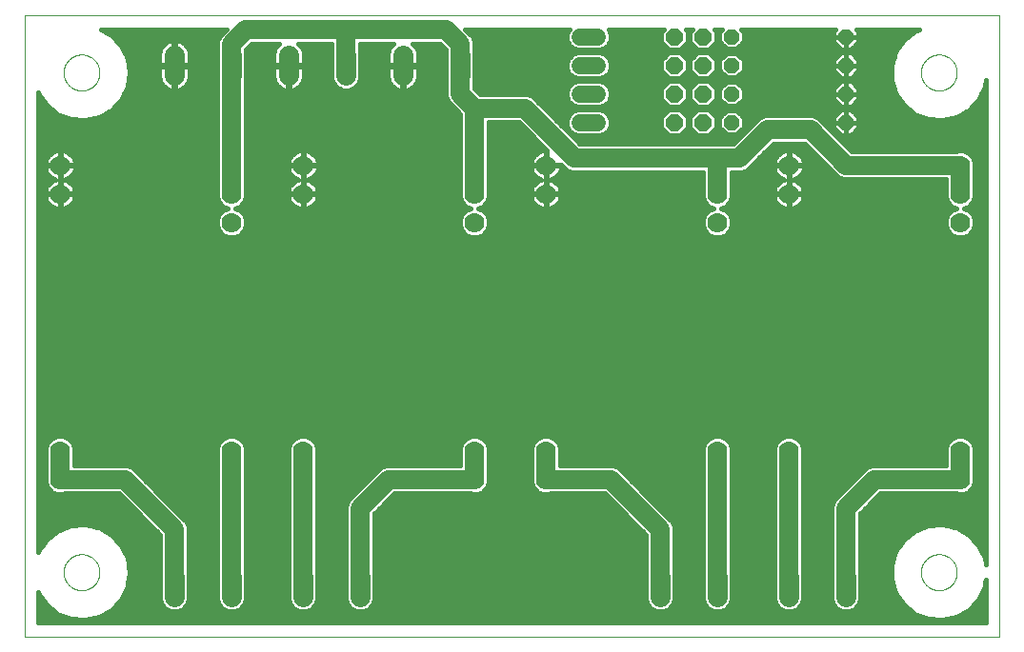
<source format=gbl>
G75*
%MOIN*%
%OFA0B0*%
%FSLAX25Y25*%
%IPPOS*%
%LPD*%
%AMOC8*
5,1,8,0,0,1.08239X$1,22.5*
%
%ADD10C,0.00000*%
%ADD11C,0.07050*%
%ADD12C,0.07000*%
%ADD13OC8,0.06000*%
%ADD14OC8,0.05200*%
%ADD15C,0.06000*%
%ADD16C,0.06600*%
%ADD17C,0.05000*%
%ADD18C,0.01600*%
D10*
X0016800Y0001800D02*
X0016800Y0219261D01*
X0358001Y0219261D01*
X0358001Y0001800D01*
X0016800Y0001800D01*
X0030501Y0024300D02*
X0030503Y0024458D01*
X0030509Y0024616D01*
X0030519Y0024774D01*
X0030533Y0024932D01*
X0030551Y0025089D01*
X0030572Y0025246D01*
X0030598Y0025402D01*
X0030628Y0025558D01*
X0030661Y0025713D01*
X0030699Y0025866D01*
X0030740Y0026019D01*
X0030785Y0026171D01*
X0030834Y0026322D01*
X0030887Y0026471D01*
X0030943Y0026619D01*
X0031003Y0026765D01*
X0031067Y0026910D01*
X0031135Y0027053D01*
X0031206Y0027195D01*
X0031280Y0027335D01*
X0031358Y0027472D01*
X0031440Y0027608D01*
X0031524Y0027742D01*
X0031613Y0027873D01*
X0031704Y0028002D01*
X0031799Y0028129D01*
X0031896Y0028254D01*
X0031997Y0028376D01*
X0032101Y0028495D01*
X0032208Y0028612D01*
X0032318Y0028726D01*
X0032431Y0028837D01*
X0032546Y0028946D01*
X0032664Y0029051D01*
X0032785Y0029153D01*
X0032908Y0029253D01*
X0033034Y0029349D01*
X0033162Y0029442D01*
X0033292Y0029532D01*
X0033425Y0029618D01*
X0033560Y0029702D01*
X0033696Y0029781D01*
X0033835Y0029858D01*
X0033976Y0029930D01*
X0034118Y0030000D01*
X0034262Y0030065D01*
X0034408Y0030127D01*
X0034555Y0030185D01*
X0034704Y0030240D01*
X0034854Y0030291D01*
X0035005Y0030338D01*
X0035157Y0030381D01*
X0035310Y0030420D01*
X0035465Y0030456D01*
X0035620Y0030487D01*
X0035776Y0030515D01*
X0035932Y0030539D01*
X0036089Y0030559D01*
X0036247Y0030575D01*
X0036404Y0030587D01*
X0036563Y0030595D01*
X0036721Y0030599D01*
X0036879Y0030599D01*
X0037037Y0030595D01*
X0037196Y0030587D01*
X0037353Y0030575D01*
X0037511Y0030559D01*
X0037668Y0030539D01*
X0037824Y0030515D01*
X0037980Y0030487D01*
X0038135Y0030456D01*
X0038290Y0030420D01*
X0038443Y0030381D01*
X0038595Y0030338D01*
X0038746Y0030291D01*
X0038896Y0030240D01*
X0039045Y0030185D01*
X0039192Y0030127D01*
X0039338Y0030065D01*
X0039482Y0030000D01*
X0039624Y0029930D01*
X0039765Y0029858D01*
X0039904Y0029781D01*
X0040040Y0029702D01*
X0040175Y0029618D01*
X0040308Y0029532D01*
X0040438Y0029442D01*
X0040566Y0029349D01*
X0040692Y0029253D01*
X0040815Y0029153D01*
X0040936Y0029051D01*
X0041054Y0028946D01*
X0041169Y0028837D01*
X0041282Y0028726D01*
X0041392Y0028612D01*
X0041499Y0028495D01*
X0041603Y0028376D01*
X0041704Y0028254D01*
X0041801Y0028129D01*
X0041896Y0028002D01*
X0041987Y0027873D01*
X0042076Y0027742D01*
X0042160Y0027608D01*
X0042242Y0027472D01*
X0042320Y0027335D01*
X0042394Y0027195D01*
X0042465Y0027053D01*
X0042533Y0026910D01*
X0042597Y0026765D01*
X0042657Y0026619D01*
X0042713Y0026471D01*
X0042766Y0026322D01*
X0042815Y0026171D01*
X0042860Y0026019D01*
X0042901Y0025866D01*
X0042939Y0025713D01*
X0042972Y0025558D01*
X0043002Y0025402D01*
X0043028Y0025246D01*
X0043049Y0025089D01*
X0043067Y0024932D01*
X0043081Y0024774D01*
X0043091Y0024616D01*
X0043097Y0024458D01*
X0043099Y0024300D01*
X0043097Y0024142D01*
X0043091Y0023984D01*
X0043081Y0023826D01*
X0043067Y0023668D01*
X0043049Y0023511D01*
X0043028Y0023354D01*
X0043002Y0023198D01*
X0042972Y0023042D01*
X0042939Y0022887D01*
X0042901Y0022734D01*
X0042860Y0022581D01*
X0042815Y0022429D01*
X0042766Y0022278D01*
X0042713Y0022129D01*
X0042657Y0021981D01*
X0042597Y0021835D01*
X0042533Y0021690D01*
X0042465Y0021547D01*
X0042394Y0021405D01*
X0042320Y0021265D01*
X0042242Y0021128D01*
X0042160Y0020992D01*
X0042076Y0020858D01*
X0041987Y0020727D01*
X0041896Y0020598D01*
X0041801Y0020471D01*
X0041704Y0020346D01*
X0041603Y0020224D01*
X0041499Y0020105D01*
X0041392Y0019988D01*
X0041282Y0019874D01*
X0041169Y0019763D01*
X0041054Y0019654D01*
X0040936Y0019549D01*
X0040815Y0019447D01*
X0040692Y0019347D01*
X0040566Y0019251D01*
X0040438Y0019158D01*
X0040308Y0019068D01*
X0040175Y0018982D01*
X0040040Y0018898D01*
X0039904Y0018819D01*
X0039765Y0018742D01*
X0039624Y0018670D01*
X0039482Y0018600D01*
X0039338Y0018535D01*
X0039192Y0018473D01*
X0039045Y0018415D01*
X0038896Y0018360D01*
X0038746Y0018309D01*
X0038595Y0018262D01*
X0038443Y0018219D01*
X0038290Y0018180D01*
X0038135Y0018144D01*
X0037980Y0018113D01*
X0037824Y0018085D01*
X0037668Y0018061D01*
X0037511Y0018041D01*
X0037353Y0018025D01*
X0037196Y0018013D01*
X0037037Y0018005D01*
X0036879Y0018001D01*
X0036721Y0018001D01*
X0036563Y0018005D01*
X0036404Y0018013D01*
X0036247Y0018025D01*
X0036089Y0018041D01*
X0035932Y0018061D01*
X0035776Y0018085D01*
X0035620Y0018113D01*
X0035465Y0018144D01*
X0035310Y0018180D01*
X0035157Y0018219D01*
X0035005Y0018262D01*
X0034854Y0018309D01*
X0034704Y0018360D01*
X0034555Y0018415D01*
X0034408Y0018473D01*
X0034262Y0018535D01*
X0034118Y0018600D01*
X0033976Y0018670D01*
X0033835Y0018742D01*
X0033696Y0018819D01*
X0033560Y0018898D01*
X0033425Y0018982D01*
X0033292Y0019068D01*
X0033162Y0019158D01*
X0033034Y0019251D01*
X0032908Y0019347D01*
X0032785Y0019447D01*
X0032664Y0019549D01*
X0032546Y0019654D01*
X0032431Y0019763D01*
X0032318Y0019874D01*
X0032208Y0019988D01*
X0032101Y0020105D01*
X0031997Y0020224D01*
X0031896Y0020346D01*
X0031799Y0020471D01*
X0031704Y0020598D01*
X0031613Y0020727D01*
X0031524Y0020858D01*
X0031440Y0020992D01*
X0031358Y0021128D01*
X0031280Y0021265D01*
X0031206Y0021405D01*
X0031135Y0021547D01*
X0031067Y0021690D01*
X0031003Y0021835D01*
X0030943Y0021981D01*
X0030887Y0022129D01*
X0030834Y0022278D01*
X0030785Y0022429D01*
X0030740Y0022581D01*
X0030699Y0022734D01*
X0030661Y0022887D01*
X0030628Y0023042D01*
X0030598Y0023198D01*
X0030572Y0023354D01*
X0030551Y0023511D01*
X0030533Y0023668D01*
X0030519Y0023826D01*
X0030509Y0023984D01*
X0030503Y0024142D01*
X0030501Y0024300D01*
X0030501Y0199300D02*
X0030503Y0199458D01*
X0030509Y0199616D01*
X0030519Y0199774D01*
X0030533Y0199932D01*
X0030551Y0200089D01*
X0030572Y0200246D01*
X0030598Y0200402D01*
X0030628Y0200558D01*
X0030661Y0200713D01*
X0030699Y0200866D01*
X0030740Y0201019D01*
X0030785Y0201171D01*
X0030834Y0201322D01*
X0030887Y0201471D01*
X0030943Y0201619D01*
X0031003Y0201765D01*
X0031067Y0201910D01*
X0031135Y0202053D01*
X0031206Y0202195D01*
X0031280Y0202335D01*
X0031358Y0202472D01*
X0031440Y0202608D01*
X0031524Y0202742D01*
X0031613Y0202873D01*
X0031704Y0203002D01*
X0031799Y0203129D01*
X0031896Y0203254D01*
X0031997Y0203376D01*
X0032101Y0203495D01*
X0032208Y0203612D01*
X0032318Y0203726D01*
X0032431Y0203837D01*
X0032546Y0203946D01*
X0032664Y0204051D01*
X0032785Y0204153D01*
X0032908Y0204253D01*
X0033034Y0204349D01*
X0033162Y0204442D01*
X0033292Y0204532D01*
X0033425Y0204618D01*
X0033560Y0204702D01*
X0033696Y0204781D01*
X0033835Y0204858D01*
X0033976Y0204930D01*
X0034118Y0205000D01*
X0034262Y0205065D01*
X0034408Y0205127D01*
X0034555Y0205185D01*
X0034704Y0205240D01*
X0034854Y0205291D01*
X0035005Y0205338D01*
X0035157Y0205381D01*
X0035310Y0205420D01*
X0035465Y0205456D01*
X0035620Y0205487D01*
X0035776Y0205515D01*
X0035932Y0205539D01*
X0036089Y0205559D01*
X0036247Y0205575D01*
X0036404Y0205587D01*
X0036563Y0205595D01*
X0036721Y0205599D01*
X0036879Y0205599D01*
X0037037Y0205595D01*
X0037196Y0205587D01*
X0037353Y0205575D01*
X0037511Y0205559D01*
X0037668Y0205539D01*
X0037824Y0205515D01*
X0037980Y0205487D01*
X0038135Y0205456D01*
X0038290Y0205420D01*
X0038443Y0205381D01*
X0038595Y0205338D01*
X0038746Y0205291D01*
X0038896Y0205240D01*
X0039045Y0205185D01*
X0039192Y0205127D01*
X0039338Y0205065D01*
X0039482Y0205000D01*
X0039624Y0204930D01*
X0039765Y0204858D01*
X0039904Y0204781D01*
X0040040Y0204702D01*
X0040175Y0204618D01*
X0040308Y0204532D01*
X0040438Y0204442D01*
X0040566Y0204349D01*
X0040692Y0204253D01*
X0040815Y0204153D01*
X0040936Y0204051D01*
X0041054Y0203946D01*
X0041169Y0203837D01*
X0041282Y0203726D01*
X0041392Y0203612D01*
X0041499Y0203495D01*
X0041603Y0203376D01*
X0041704Y0203254D01*
X0041801Y0203129D01*
X0041896Y0203002D01*
X0041987Y0202873D01*
X0042076Y0202742D01*
X0042160Y0202608D01*
X0042242Y0202472D01*
X0042320Y0202335D01*
X0042394Y0202195D01*
X0042465Y0202053D01*
X0042533Y0201910D01*
X0042597Y0201765D01*
X0042657Y0201619D01*
X0042713Y0201471D01*
X0042766Y0201322D01*
X0042815Y0201171D01*
X0042860Y0201019D01*
X0042901Y0200866D01*
X0042939Y0200713D01*
X0042972Y0200558D01*
X0043002Y0200402D01*
X0043028Y0200246D01*
X0043049Y0200089D01*
X0043067Y0199932D01*
X0043081Y0199774D01*
X0043091Y0199616D01*
X0043097Y0199458D01*
X0043099Y0199300D01*
X0043097Y0199142D01*
X0043091Y0198984D01*
X0043081Y0198826D01*
X0043067Y0198668D01*
X0043049Y0198511D01*
X0043028Y0198354D01*
X0043002Y0198198D01*
X0042972Y0198042D01*
X0042939Y0197887D01*
X0042901Y0197734D01*
X0042860Y0197581D01*
X0042815Y0197429D01*
X0042766Y0197278D01*
X0042713Y0197129D01*
X0042657Y0196981D01*
X0042597Y0196835D01*
X0042533Y0196690D01*
X0042465Y0196547D01*
X0042394Y0196405D01*
X0042320Y0196265D01*
X0042242Y0196128D01*
X0042160Y0195992D01*
X0042076Y0195858D01*
X0041987Y0195727D01*
X0041896Y0195598D01*
X0041801Y0195471D01*
X0041704Y0195346D01*
X0041603Y0195224D01*
X0041499Y0195105D01*
X0041392Y0194988D01*
X0041282Y0194874D01*
X0041169Y0194763D01*
X0041054Y0194654D01*
X0040936Y0194549D01*
X0040815Y0194447D01*
X0040692Y0194347D01*
X0040566Y0194251D01*
X0040438Y0194158D01*
X0040308Y0194068D01*
X0040175Y0193982D01*
X0040040Y0193898D01*
X0039904Y0193819D01*
X0039765Y0193742D01*
X0039624Y0193670D01*
X0039482Y0193600D01*
X0039338Y0193535D01*
X0039192Y0193473D01*
X0039045Y0193415D01*
X0038896Y0193360D01*
X0038746Y0193309D01*
X0038595Y0193262D01*
X0038443Y0193219D01*
X0038290Y0193180D01*
X0038135Y0193144D01*
X0037980Y0193113D01*
X0037824Y0193085D01*
X0037668Y0193061D01*
X0037511Y0193041D01*
X0037353Y0193025D01*
X0037196Y0193013D01*
X0037037Y0193005D01*
X0036879Y0193001D01*
X0036721Y0193001D01*
X0036563Y0193005D01*
X0036404Y0193013D01*
X0036247Y0193025D01*
X0036089Y0193041D01*
X0035932Y0193061D01*
X0035776Y0193085D01*
X0035620Y0193113D01*
X0035465Y0193144D01*
X0035310Y0193180D01*
X0035157Y0193219D01*
X0035005Y0193262D01*
X0034854Y0193309D01*
X0034704Y0193360D01*
X0034555Y0193415D01*
X0034408Y0193473D01*
X0034262Y0193535D01*
X0034118Y0193600D01*
X0033976Y0193670D01*
X0033835Y0193742D01*
X0033696Y0193819D01*
X0033560Y0193898D01*
X0033425Y0193982D01*
X0033292Y0194068D01*
X0033162Y0194158D01*
X0033034Y0194251D01*
X0032908Y0194347D01*
X0032785Y0194447D01*
X0032664Y0194549D01*
X0032546Y0194654D01*
X0032431Y0194763D01*
X0032318Y0194874D01*
X0032208Y0194988D01*
X0032101Y0195105D01*
X0031997Y0195224D01*
X0031896Y0195346D01*
X0031799Y0195471D01*
X0031704Y0195598D01*
X0031613Y0195727D01*
X0031524Y0195858D01*
X0031440Y0195992D01*
X0031358Y0196128D01*
X0031280Y0196265D01*
X0031206Y0196405D01*
X0031135Y0196547D01*
X0031067Y0196690D01*
X0031003Y0196835D01*
X0030943Y0196981D01*
X0030887Y0197129D01*
X0030834Y0197278D01*
X0030785Y0197429D01*
X0030740Y0197581D01*
X0030699Y0197734D01*
X0030661Y0197887D01*
X0030628Y0198042D01*
X0030598Y0198198D01*
X0030572Y0198354D01*
X0030551Y0198511D01*
X0030533Y0198668D01*
X0030519Y0198826D01*
X0030509Y0198984D01*
X0030503Y0199142D01*
X0030501Y0199300D01*
X0330501Y0199300D02*
X0330503Y0199458D01*
X0330509Y0199616D01*
X0330519Y0199774D01*
X0330533Y0199932D01*
X0330551Y0200089D01*
X0330572Y0200246D01*
X0330598Y0200402D01*
X0330628Y0200558D01*
X0330661Y0200713D01*
X0330699Y0200866D01*
X0330740Y0201019D01*
X0330785Y0201171D01*
X0330834Y0201322D01*
X0330887Y0201471D01*
X0330943Y0201619D01*
X0331003Y0201765D01*
X0331067Y0201910D01*
X0331135Y0202053D01*
X0331206Y0202195D01*
X0331280Y0202335D01*
X0331358Y0202472D01*
X0331440Y0202608D01*
X0331524Y0202742D01*
X0331613Y0202873D01*
X0331704Y0203002D01*
X0331799Y0203129D01*
X0331896Y0203254D01*
X0331997Y0203376D01*
X0332101Y0203495D01*
X0332208Y0203612D01*
X0332318Y0203726D01*
X0332431Y0203837D01*
X0332546Y0203946D01*
X0332664Y0204051D01*
X0332785Y0204153D01*
X0332908Y0204253D01*
X0333034Y0204349D01*
X0333162Y0204442D01*
X0333292Y0204532D01*
X0333425Y0204618D01*
X0333560Y0204702D01*
X0333696Y0204781D01*
X0333835Y0204858D01*
X0333976Y0204930D01*
X0334118Y0205000D01*
X0334262Y0205065D01*
X0334408Y0205127D01*
X0334555Y0205185D01*
X0334704Y0205240D01*
X0334854Y0205291D01*
X0335005Y0205338D01*
X0335157Y0205381D01*
X0335310Y0205420D01*
X0335465Y0205456D01*
X0335620Y0205487D01*
X0335776Y0205515D01*
X0335932Y0205539D01*
X0336089Y0205559D01*
X0336247Y0205575D01*
X0336404Y0205587D01*
X0336563Y0205595D01*
X0336721Y0205599D01*
X0336879Y0205599D01*
X0337037Y0205595D01*
X0337196Y0205587D01*
X0337353Y0205575D01*
X0337511Y0205559D01*
X0337668Y0205539D01*
X0337824Y0205515D01*
X0337980Y0205487D01*
X0338135Y0205456D01*
X0338290Y0205420D01*
X0338443Y0205381D01*
X0338595Y0205338D01*
X0338746Y0205291D01*
X0338896Y0205240D01*
X0339045Y0205185D01*
X0339192Y0205127D01*
X0339338Y0205065D01*
X0339482Y0205000D01*
X0339624Y0204930D01*
X0339765Y0204858D01*
X0339904Y0204781D01*
X0340040Y0204702D01*
X0340175Y0204618D01*
X0340308Y0204532D01*
X0340438Y0204442D01*
X0340566Y0204349D01*
X0340692Y0204253D01*
X0340815Y0204153D01*
X0340936Y0204051D01*
X0341054Y0203946D01*
X0341169Y0203837D01*
X0341282Y0203726D01*
X0341392Y0203612D01*
X0341499Y0203495D01*
X0341603Y0203376D01*
X0341704Y0203254D01*
X0341801Y0203129D01*
X0341896Y0203002D01*
X0341987Y0202873D01*
X0342076Y0202742D01*
X0342160Y0202608D01*
X0342242Y0202472D01*
X0342320Y0202335D01*
X0342394Y0202195D01*
X0342465Y0202053D01*
X0342533Y0201910D01*
X0342597Y0201765D01*
X0342657Y0201619D01*
X0342713Y0201471D01*
X0342766Y0201322D01*
X0342815Y0201171D01*
X0342860Y0201019D01*
X0342901Y0200866D01*
X0342939Y0200713D01*
X0342972Y0200558D01*
X0343002Y0200402D01*
X0343028Y0200246D01*
X0343049Y0200089D01*
X0343067Y0199932D01*
X0343081Y0199774D01*
X0343091Y0199616D01*
X0343097Y0199458D01*
X0343099Y0199300D01*
X0343097Y0199142D01*
X0343091Y0198984D01*
X0343081Y0198826D01*
X0343067Y0198668D01*
X0343049Y0198511D01*
X0343028Y0198354D01*
X0343002Y0198198D01*
X0342972Y0198042D01*
X0342939Y0197887D01*
X0342901Y0197734D01*
X0342860Y0197581D01*
X0342815Y0197429D01*
X0342766Y0197278D01*
X0342713Y0197129D01*
X0342657Y0196981D01*
X0342597Y0196835D01*
X0342533Y0196690D01*
X0342465Y0196547D01*
X0342394Y0196405D01*
X0342320Y0196265D01*
X0342242Y0196128D01*
X0342160Y0195992D01*
X0342076Y0195858D01*
X0341987Y0195727D01*
X0341896Y0195598D01*
X0341801Y0195471D01*
X0341704Y0195346D01*
X0341603Y0195224D01*
X0341499Y0195105D01*
X0341392Y0194988D01*
X0341282Y0194874D01*
X0341169Y0194763D01*
X0341054Y0194654D01*
X0340936Y0194549D01*
X0340815Y0194447D01*
X0340692Y0194347D01*
X0340566Y0194251D01*
X0340438Y0194158D01*
X0340308Y0194068D01*
X0340175Y0193982D01*
X0340040Y0193898D01*
X0339904Y0193819D01*
X0339765Y0193742D01*
X0339624Y0193670D01*
X0339482Y0193600D01*
X0339338Y0193535D01*
X0339192Y0193473D01*
X0339045Y0193415D01*
X0338896Y0193360D01*
X0338746Y0193309D01*
X0338595Y0193262D01*
X0338443Y0193219D01*
X0338290Y0193180D01*
X0338135Y0193144D01*
X0337980Y0193113D01*
X0337824Y0193085D01*
X0337668Y0193061D01*
X0337511Y0193041D01*
X0337353Y0193025D01*
X0337196Y0193013D01*
X0337037Y0193005D01*
X0336879Y0193001D01*
X0336721Y0193001D01*
X0336563Y0193005D01*
X0336404Y0193013D01*
X0336247Y0193025D01*
X0336089Y0193041D01*
X0335932Y0193061D01*
X0335776Y0193085D01*
X0335620Y0193113D01*
X0335465Y0193144D01*
X0335310Y0193180D01*
X0335157Y0193219D01*
X0335005Y0193262D01*
X0334854Y0193309D01*
X0334704Y0193360D01*
X0334555Y0193415D01*
X0334408Y0193473D01*
X0334262Y0193535D01*
X0334118Y0193600D01*
X0333976Y0193670D01*
X0333835Y0193742D01*
X0333696Y0193819D01*
X0333560Y0193898D01*
X0333425Y0193982D01*
X0333292Y0194068D01*
X0333162Y0194158D01*
X0333034Y0194251D01*
X0332908Y0194347D01*
X0332785Y0194447D01*
X0332664Y0194549D01*
X0332546Y0194654D01*
X0332431Y0194763D01*
X0332318Y0194874D01*
X0332208Y0194988D01*
X0332101Y0195105D01*
X0331997Y0195224D01*
X0331896Y0195346D01*
X0331799Y0195471D01*
X0331704Y0195598D01*
X0331613Y0195727D01*
X0331524Y0195858D01*
X0331440Y0195992D01*
X0331358Y0196128D01*
X0331280Y0196265D01*
X0331206Y0196405D01*
X0331135Y0196547D01*
X0331067Y0196690D01*
X0331003Y0196835D01*
X0330943Y0196981D01*
X0330887Y0197129D01*
X0330834Y0197278D01*
X0330785Y0197429D01*
X0330740Y0197581D01*
X0330699Y0197734D01*
X0330661Y0197887D01*
X0330628Y0198042D01*
X0330598Y0198198D01*
X0330572Y0198354D01*
X0330551Y0198511D01*
X0330533Y0198668D01*
X0330519Y0198826D01*
X0330509Y0198984D01*
X0330503Y0199142D01*
X0330501Y0199300D01*
X0330501Y0024300D02*
X0330503Y0024458D01*
X0330509Y0024616D01*
X0330519Y0024774D01*
X0330533Y0024932D01*
X0330551Y0025089D01*
X0330572Y0025246D01*
X0330598Y0025402D01*
X0330628Y0025558D01*
X0330661Y0025713D01*
X0330699Y0025866D01*
X0330740Y0026019D01*
X0330785Y0026171D01*
X0330834Y0026322D01*
X0330887Y0026471D01*
X0330943Y0026619D01*
X0331003Y0026765D01*
X0331067Y0026910D01*
X0331135Y0027053D01*
X0331206Y0027195D01*
X0331280Y0027335D01*
X0331358Y0027472D01*
X0331440Y0027608D01*
X0331524Y0027742D01*
X0331613Y0027873D01*
X0331704Y0028002D01*
X0331799Y0028129D01*
X0331896Y0028254D01*
X0331997Y0028376D01*
X0332101Y0028495D01*
X0332208Y0028612D01*
X0332318Y0028726D01*
X0332431Y0028837D01*
X0332546Y0028946D01*
X0332664Y0029051D01*
X0332785Y0029153D01*
X0332908Y0029253D01*
X0333034Y0029349D01*
X0333162Y0029442D01*
X0333292Y0029532D01*
X0333425Y0029618D01*
X0333560Y0029702D01*
X0333696Y0029781D01*
X0333835Y0029858D01*
X0333976Y0029930D01*
X0334118Y0030000D01*
X0334262Y0030065D01*
X0334408Y0030127D01*
X0334555Y0030185D01*
X0334704Y0030240D01*
X0334854Y0030291D01*
X0335005Y0030338D01*
X0335157Y0030381D01*
X0335310Y0030420D01*
X0335465Y0030456D01*
X0335620Y0030487D01*
X0335776Y0030515D01*
X0335932Y0030539D01*
X0336089Y0030559D01*
X0336247Y0030575D01*
X0336404Y0030587D01*
X0336563Y0030595D01*
X0336721Y0030599D01*
X0336879Y0030599D01*
X0337037Y0030595D01*
X0337196Y0030587D01*
X0337353Y0030575D01*
X0337511Y0030559D01*
X0337668Y0030539D01*
X0337824Y0030515D01*
X0337980Y0030487D01*
X0338135Y0030456D01*
X0338290Y0030420D01*
X0338443Y0030381D01*
X0338595Y0030338D01*
X0338746Y0030291D01*
X0338896Y0030240D01*
X0339045Y0030185D01*
X0339192Y0030127D01*
X0339338Y0030065D01*
X0339482Y0030000D01*
X0339624Y0029930D01*
X0339765Y0029858D01*
X0339904Y0029781D01*
X0340040Y0029702D01*
X0340175Y0029618D01*
X0340308Y0029532D01*
X0340438Y0029442D01*
X0340566Y0029349D01*
X0340692Y0029253D01*
X0340815Y0029153D01*
X0340936Y0029051D01*
X0341054Y0028946D01*
X0341169Y0028837D01*
X0341282Y0028726D01*
X0341392Y0028612D01*
X0341499Y0028495D01*
X0341603Y0028376D01*
X0341704Y0028254D01*
X0341801Y0028129D01*
X0341896Y0028002D01*
X0341987Y0027873D01*
X0342076Y0027742D01*
X0342160Y0027608D01*
X0342242Y0027472D01*
X0342320Y0027335D01*
X0342394Y0027195D01*
X0342465Y0027053D01*
X0342533Y0026910D01*
X0342597Y0026765D01*
X0342657Y0026619D01*
X0342713Y0026471D01*
X0342766Y0026322D01*
X0342815Y0026171D01*
X0342860Y0026019D01*
X0342901Y0025866D01*
X0342939Y0025713D01*
X0342972Y0025558D01*
X0343002Y0025402D01*
X0343028Y0025246D01*
X0343049Y0025089D01*
X0343067Y0024932D01*
X0343081Y0024774D01*
X0343091Y0024616D01*
X0343097Y0024458D01*
X0343099Y0024300D01*
X0343097Y0024142D01*
X0343091Y0023984D01*
X0343081Y0023826D01*
X0343067Y0023668D01*
X0343049Y0023511D01*
X0343028Y0023354D01*
X0343002Y0023198D01*
X0342972Y0023042D01*
X0342939Y0022887D01*
X0342901Y0022734D01*
X0342860Y0022581D01*
X0342815Y0022429D01*
X0342766Y0022278D01*
X0342713Y0022129D01*
X0342657Y0021981D01*
X0342597Y0021835D01*
X0342533Y0021690D01*
X0342465Y0021547D01*
X0342394Y0021405D01*
X0342320Y0021265D01*
X0342242Y0021128D01*
X0342160Y0020992D01*
X0342076Y0020858D01*
X0341987Y0020727D01*
X0341896Y0020598D01*
X0341801Y0020471D01*
X0341704Y0020346D01*
X0341603Y0020224D01*
X0341499Y0020105D01*
X0341392Y0019988D01*
X0341282Y0019874D01*
X0341169Y0019763D01*
X0341054Y0019654D01*
X0340936Y0019549D01*
X0340815Y0019447D01*
X0340692Y0019347D01*
X0340566Y0019251D01*
X0340438Y0019158D01*
X0340308Y0019068D01*
X0340175Y0018982D01*
X0340040Y0018898D01*
X0339904Y0018819D01*
X0339765Y0018742D01*
X0339624Y0018670D01*
X0339482Y0018600D01*
X0339338Y0018535D01*
X0339192Y0018473D01*
X0339045Y0018415D01*
X0338896Y0018360D01*
X0338746Y0018309D01*
X0338595Y0018262D01*
X0338443Y0018219D01*
X0338290Y0018180D01*
X0338135Y0018144D01*
X0337980Y0018113D01*
X0337824Y0018085D01*
X0337668Y0018061D01*
X0337511Y0018041D01*
X0337353Y0018025D01*
X0337196Y0018013D01*
X0337037Y0018005D01*
X0336879Y0018001D01*
X0336721Y0018001D01*
X0336563Y0018005D01*
X0336404Y0018013D01*
X0336247Y0018025D01*
X0336089Y0018041D01*
X0335932Y0018061D01*
X0335776Y0018085D01*
X0335620Y0018113D01*
X0335465Y0018144D01*
X0335310Y0018180D01*
X0335157Y0018219D01*
X0335005Y0018262D01*
X0334854Y0018309D01*
X0334704Y0018360D01*
X0334555Y0018415D01*
X0334408Y0018473D01*
X0334262Y0018535D01*
X0334118Y0018600D01*
X0333976Y0018670D01*
X0333835Y0018742D01*
X0333696Y0018819D01*
X0333560Y0018898D01*
X0333425Y0018982D01*
X0333292Y0019068D01*
X0333162Y0019158D01*
X0333034Y0019251D01*
X0332908Y0019347D01*
X0332785Y0019447D01*
X0332664Y0019549D01*
X0332546Y0019654D01*
X0332431Y0019763D01*
X0332318Y0019874D01*
X0332208Y0019988D01*
X0332101Y0020105D01*
X0331997Y0020224D01*
X0331896Y0020346D01*
X0331799Y0020471D01*
X0331704Y0020598D01*
X0331613Y0020727D01*
X0331524Y0020858D01*
X0331440Y0020992D01*
X0331358Y0021128D01*
X0331280Y0021265D01*
X0331206Y0021405D01*
X0331135Y0021547D01*
X0331067Y0021690D01*
X0331003Y0021835D01*
X0330943Y0021981D01*
X0330887Y0022129D01*
X0330834Y0022278D01*
X0330785Y0022429D01*
X0330740Y0022581D01*
X0330699Y0022734D01*
X0330661Y0022887D01*
X0330628Y0023042D01*
X0330598Y0023198D01*
X0330572Y0023354D01*
X0330551Y0023511D01*
X0330533Y0023668D01*
X0330519Y0023826D01*
X0330509Y0023984D01*
X0330503Y0024142D01*
X0330501Y0024300D01*
D11*
X0304300Y0022825D02*
X0304300Y0015775D01*
X0284300Y0015775D02*
X0284300Y0022825D01*
X0259300Y0022825D02*
X0259300Y0015775D01*
X0239300Y0015775D02*
X0239300Y0022825D01*
X0134300Y0022825D02*
X0134300Y0015775D01*
X0114300Y0015775D02*
X0114300Y0022825D01*
X0089300Y0022825D02*
X0089300Y0015775D01*
X0069300Y0015775D02*
X0069300Y0022825D01*
X0069300Y0198275D02*
X0069300Y0205325D01*
X0089300Y0205325D02*
X0089300Y0198275D01*
X0109300Y0198275D02*
X0109300Y0205325D01*
X0129300Y0205325D02*
X0129300Y0198275D01*
X0149300Y0198275D02*
X0149300Y0205325D01*
X0169300Y0205325D02*
X0169300Y0198275D01*
D12*
X0174300Y0166800D03*
X0174300Y0156800D03*
X0174300Y0146800D03*
X0199300Y0156800D03*
X0199300Y0166800D03*
X0259300Y0166800D03*
X0259300Y0156800D03*
X0259300Y0146800D03*
X0284300Y0156800D03*
X0284300Y0166800D03*
X0344300Y0166800D03*
X0344300Y0156800D03*
X0344300Y0146800D03*
X0344300Y0066800D03*
X0344300Y0056800D03*
X0284300Y0056800D03*
X0284300Y0066800D03*
X0259300Y0066800D03*
X0259300Y0056800D03*
X0199300Y0056800D03*
X0199300Y0066800D03*
X0174300Y0066800D03*
X0174300Y0056800D03*
X0114300Y0056800D03*
X0114300Y0066800D03*
X0089300Y0066800D03*
X0089300Y0056800D03*
X0029300Y0056800D03*
X0029300Y0066800D03*
X0089300Y0146800D03*
X0089300Y0156800D03*
X0089300Y0166800D03*
X0114300Y0166800D03*
X0114300Y0156800D03*
X0029300Y0156800D03*
X0029300Y0166800D03*
D13*
X0244300Y0181800D03*
X0254300Y0181800D03*
X0254300Y0191800D03*
X0244300Y0191800D03*
X0244300Y0201800D03*
X0254300Y0201800D03*
X0254300Y0211800D03*
X0244300Y0211800D03*
D14*
X0264300Y0211800D03*
X0264300Y0201800D03*
X0264300Y0191800D03*
X0264300Y0181800D03*
X0304300Y0181800D03*
X0304300Y0191800D03*
X0304300Y0201800D03*
X0304300Y0211800D03*
D15*
X0217300Y0211800D02*
X0211300Y0211800D01*
X0211300Y0201800D02*
X0217300Y0201800D01*
X0217300Y0191800D02*
X0211300Y0191800D01*
X0211300Y0181800D02*
X0217300Y0181800D01*
D16*
X0209300Y0169300D02*
X0191800Y0186800D01*
X0174300Y0186800D01*
X0174300Y0166800D01*
X0174300Y0156800D01*
X0209300Y0169300D02*
X0259300Y0169300D01*
X0266800Y0169300D01*
X0276800Y0179300D01*
X0291800Y0179300D01*
X0304300Y0166800D01*
X0344300Y0166800D01*
X0344300Y0156800D01*
X0259300Y0156800D02*
X0259300Y0166800D01*
X0174300Y0186800D02*
X0169300Y0191800D01*
X0169300Y0201800D01*
X0169300Y0209300D01*
X0164300Y0214300D01*
X0129300Y0214300D01*
X0094300Y0214300D01*
X0089300Y0209300D01*
X0089300Y0201800D01*
X0089300Y0166800D01*
X0089300Y0156800D01*
X0129300Y0201800D02*
X0129300Y0214300D01*
X0114300Y0066800D02*
X0114300Y0056800D01*
X0114300Y0019300D01*
X0134300Y0019300D02*
X0134300Y0046800D01*
X0144300Y0056800D01*
X0174300Y0056800D01*
X0174300Y0066800D01*
X0199300Y0066800D02*
X0199300Y0056800D01*
X0221800Y0056800D01*
X0239300Y0039300D01*
X0239300Y0019300D01*
X0259300Y0019300D02*
X0259300Y0056800D01*
X0259300Y0066800D01*
X0284300Y0066800D02*
X0284300Y0056800D01*
X0284300Y0019300D01*
X0304300Y0019300D02*
X0304300Y0046800D01*
X0314300Y0056800D01*
X0344300Y0056800D01*
X0344300Y0066800D01*
X0089300Y0066800D02*
X0089300Y0056800D01*
X0089300Y0019300D01*
X0069300Y0019300D02*
X0069300Y0039300D01*
X0051800Y0056800D01*
X0029300Y0056800D01*
X0029300Y0066800D01*
D17*
X0259300Y0166800D02*
X0259300Y0169300D01*
D18*
X0264200Y0164400D02*
X0267775Y0164400D01*
X0269576Y0165146D01*
X0278830Y0174400D01*
X0289770Y0174400D01*
X0300146Y0164024D01*
X0301524Y0162646D01*
X0303325Y0161900D01*
X0339400Y0161900D01*
X0339400Y0158297D01*
X0339200Y0157814D01*
X0339200Y0155786D01*
X0339976Y0153911D01*
X0341411Y0152476D01*
X0343044Y0151800D01*
X0341411Y0151124D01*
X0339976Y0149689D01*
X0339200Y0147814D01*
X0339200Y0145786D01*
X0339976Y0143911D01*
X0341411Y0142476D01*
X0343286Y0141700D01*
X0345314Y0141700D01*
X0347189Y0142476D01*
X0348624Y0143911D01*
X0349400Y0145786D01*
X0349400Y0147814D01*
X0348624Y0149689D01*
X0347189Y0151124D01*
X0345556Y0151800D01*
X0347189Y0152476D01*
X0348624Y0153911D01*
X0349400Y0155786D01*
X0349400Y0157814D01*
X0349200Y0158297D01*
X0349200Y0165303D01*
X0349400Y0165786D01*
X0349400Y0167814D01*
X0348624Y0169689D01*
X0347189Y0171124D01*
X0345314Y0171900D01*
X0343286Y0171900D01*
X0342803Y0171700D01*
X0306330Y0171700D01*
X0294576Y0183454D01*
X0292775Y0184200D01*
X0275825Y0184200D01*
X0274024Y0183454D01*
X0264770Y0174200D01*
X0211330Y0174200D01*
X0195954Y0189576D01*
X0194576Y0190954D01*
X0192775Y0191700D01*
X0176330Y0191700D01*
X0174200Y0193830D01*
X0174200Y0196712D01*
X0174425Y0197256D01*
X0174425Y0206344D01*
X0174200Y0206888D01*
X0174200Y0210275D01*
X0173454Y0212076D01*
X0171069Y0214461D01*
X0207455Y0214461D01*
X0207400Y0214406D01*
X0206700Y0212715D01*
X0206700Y0210885D01*
X0207400Y0209194D01*
X0208694Y0207900D01*
X0210385Y0207200D01*
X0218215Y0207200D01*
X0219906Y0207900D01*
X0221200Y0209194D01*
X0221900Y0210885D01*
X0221900Y0212715D01*
X0221200Y0214406D01*
X0221145Y0214461D01*
X0240455Y0214461D01*
X0239700Y0213705D01*
X0239700Y0209895D01*
X0242395Y0207200D01*
X0246205Y0207200D01*
X0248900Y0209895D01*
X0248900Y0213705D01*
X0248145Y0214461D01*
X0250455Y0214461D01*
X0249700Y0213705D01*
X0249700Y0209895D01*
X0252395Y0207200D01*
X0256205Y0207200D01*
X0258900Y0209895D01*
X0258900Y0213705D01*
X0258145Y0214461D01*
X0261021Y0214461D01*
X0260100Y0213540D01*
X0260100Y0210060D01*
X0262560Y0207600D01*
X0266040Y0207600D01*
X0268500Y0210060D01*
X0268500Y0213540D01*
X0267579Y0214461D01*
X0300738Y0214461D01*
X0299900Y0213623D01*
X0299900Y0211800D01*
X0304300Y0211800D01*
X0308700Y0211800D01*
X0308700Y0213623D01*
X0307862Y0214461D01*
X0329958Y0214461D01*
X0328400Y0213849D01*
X0324485Y0210727D01*
X0324485Y0210727D01*
X0324485Y0210727D01*
X0321664Y0206589D01*
X0320188Y0201804D01*
X0320188Y0196796D01*
X0321664Y0192011D01*
X0321664Y0192011D01*
X0324485Y0187873D01*
X0328400Y0184751D01*
X0333062Y0182921D01*
X0338055Y0182547D01*
X0338055Y0182547D01*
X0342938Y0183661D01*
X0347275Y0186165D01*
X0350681Y0189836D01*
X0352854Y0194348D01*
X0353201Y0196652D01*
X0353201Y0026948D01*
X0352854Y0029252D01*
X0350681Y0033764D01*
X0347275Y0037435D01*
X0347275Y0037435D01*
X0342938Y0039939D01*
X0342938Y0039939D01*
X0338055Y0041053D01*
X0333062Y0040679D01*
X0333062Y0040679D01*
X0328400Y0038849D01*
X0324485Y0035727D01*
X0324485Y0035727D01*
X0324485Y0035727D01*
X0321664Y0031589D01*
X0320188Y0026804D01*
X0320188Y0021796D01*
X0321664Y0017011D01*
X0321664Y0017011D01*
X0324485Y0012873D01*
X0328400Y0009751D01*
X0333062Y0007921D01*
X0338055Y0007547D01*
X0338055Y0007547D01*
X0342938Y0008661D01*
X0347275Y0011165D01*
X0350681Y0014836D01*
X0352854Y0019348D01*
X0353201Y0021652D01*
X0353201Y0006600D01*
X0021600Y0006600D01*
X0021600Y0017217D01*
X0021664Y0017011D01*
X0021664Y0017011D01*
X0024485Y0012873D01*
X0028400Y0009751D01*
X0033062Y0007921D01*
X0038055Y0007547D01*
X0038055Y0007547D01*
X0042938Y0008661D01*
X0047275Y0011165D01*
X0050681Y0014836D01*
X0052854Y0019348D01*
X0053600Y0024300D01*
X0052854Y0029252D01*
X0050681Y0033764D01*
X0047275Y0037435D01*
X0047275Y0037435D01*
X0042938Y0039939D01*
X0042938Y0039939D01*
X0038055Y0041053D01*
X0033062Y0040679D01*
X0033062Y0040679D01*
X0028400Y0038849D01*
X0024485Y0035727D01*
X0024485Y0035727D01*
X0021664Y0031589D01*
X0021600Y0031383D01*
X0021600Y0192217D01*
X0021664Y0192011D01*
X0021664Y0192011D01*
X0024485Y0187873D01*
X0028400Y0184751D01*
X0033062Y0182921D01*
X0038055Y0182547D01*
X0042938Y0183661D01*
X0042938Y0183661D01*
X0047275Y0186165D01*
X0050681Y0189836D01*
X0052854Y0194348D01*
X0053600Y0199300D01*
X0052854Y0204252D01*
X0050681Y0208764D01*
X0047275Y0212435D01*
X0047275Y0212435D01*
X0043766Y0214461D01*
X0087531Y0214461D01*
X0086524Y0213454D01*
X0085146Y0212076D01*
X0084400Y0210275D01*
X0084400Y0206888D01*
X0084175Y0206344D01*
X0084175Y0197256D01*
X0084400Y0196712D01*
X0084400Y0168297D01*
X0084200Y0167814D01*
X0084200Y0165786D01*
X0084400Y0165303D01*
X0084400Y0158297D01*
X0084200Y0157814D01*
X0084200Y0155786D01*
X0084976Y0153911D01*
X0086411Y0152476D01*
X0088044Y0151800D01*
X0086411Y0151124D01*
X0084976Y0149689D01*
X0084200Y0147814D01*
X0084200Y0145786D01*
X0084976Y0143911D01*
X0086411Y0142476D01*
X0088286Y0141700D01*
X0090314Y0141700D01*
X0092189Y0142476D01*
X0093624Y0143911D01*
X0094400Y0145786D01*
X0094400Y0147814D01*
X0093624Y0149689D01*
X0092189Y0151124D01*
X0090556Y0151800D01*
X0092189Y0152476D01*
X0093624Y0153911D01*
X0094400Y0155786D01*
X0094400Y0157814D01*
X0094200Y0158297D01*
X0094200Y0165303D01*
X0094400Y0165786D01*
X0094400Y0167814D01*
X0094200Y0168297D01*
X0094200Y0196712D01*
X0094425Y0197256D01*
X0094425Y0206344D01*
X0094200Y0206888D01*
X0094200Y0207270D01*
X0096330Y0209400D01*
X0105849Y0209400D01*
X0105831Y0209387D01*
X0105238Y0208794D01*
X0104746Y0208116D01*
X0104365Y0207369D01*
X0104106Y0206572D01*
X0103975Y0205744D01*
X0103975Y0202175D01*
X0108925Y0202175D01*
X0108925Y0201425D01*
X0109675Y0201425D01*
X0109675Y0202175D01*
X0114625Y0202175D01*
X0114625Y0205744D01*
X0114494Y0206572D01*
X0114235Y0207369D01*
X0113854Y0208116D01*
X0113362Y0208794D01*
X0112769Y0209387D01*
X0112751Y0209400D01*
X0124400Y0209400D01*
X0124400Y0206888D01*
X0124175Y0206344D01*
X0124175Y0197256D01*
X0124955Y0195372D01*
X0126397Y0193930D01*
X0128281Y0193150D01*
X0130319Y0193150D01*
X0132203Y0193930D01*
X0133645Y0195372D01*
X0134425Y0197256D01*
X0134425Y0206344D01*
X0134200Y0206888D01*
X0134200Y0209400D01*
X0145849Y0209400D01*
X0145831Y0209387D01*
X0145238Y0208794D01*
X0144746Y0208116D01*
X0144365Y0207369D01*
X0144106Y0206572D01*
X0143975Y0205744D01*
X0143975Y0202175D01*
X0148925Y0202175D01*
X0148925Y0201425D01*
X0149675Y0201425D01*
X0149675Y0202175D01*
X0154625Y0202175D01*
X0154625Y0205744D01*
X0154494Y0206572D01*
X0154235Y0207369D01*
X0153854Y0208116D01*
X0153362Y0208794D01*
X0152769Y0209387D01*
X0152751Y0209400D01*
X0162270Y0209400D01*
X0164400Y0207270D01*
X0164400Y0206888D01*
X0164175Y0206344D01*
X0164175Y0197256D01*
X0164400Y0196712D01*
X0164400Y0190825D01*
X0165146Y0189024D01*
X0166524Y0187646D01*
X0166524Y0187646D01*
X0169400Y0184770D01*
X0169400Y0168297D01*
X0169200Y0167814D01*
X0169200Y0165786D01*
X0169400Y0165303D01*
X0169400Y0158297D01*
X0169200Y0157814D01*
X0169200Y0155786D01*
X0169976Y0153911D01*
X0171411Y0152476D01*
X0173044Y0151800D01*
X0171411Y0151124D01*
X0169976Y0149689D01*
X0169200Y0147814D01*
X0169200Y0145786D01*
X0169976Y0143911D01*
X0171411Y0142476D01*
X0173286Y0141700D01*
X0175314Y0141700D01*
X0177189Y0142476D01*
X0178624Y0143911D01*
X0179400Y0145786D01*
X0179400Y0147814D01*
X0178624Y0149689D01*
X0177189Y0151124D01*
X0175556Y0151800D01*
X0177189Y0152476D01*
X0178624Y0153911D01*
X0179400Y0155786D01*
X0179400Y0157814D01*
X0179200Y0158297D01*
X0179200Y0165303D01*
X0179400Y0165786D01*
X0179400Y0167814D01*
X0179200Y0168297D01*
X0179200Y0181900D01*
X0189770Y0181900D01*
X0199570Y0172100D01*
X0199484Y0172100D01*
X0199484Y0166984D01*
X0199116Y0166984D01*
X0199116Y0166616D01*
X0199484Y0166616D01*
X0199484Y0156984D01*
X0199116Y0156984D01*
X0199116Y0156616D01*
X0194000Y0156616D01*
X0194000Y0156383D01*
X0194130Y0155559D01*
X0194388Y0154766D01*
X0194767Y0154022D01*
X0195257Y0153347D01*
X0195847Y0152757D01*
X0196522Y0152267D01*
X0197266Y0151888D01*
X0198059Y0151630D01*
X0198883Y0151500D01*
X0199116Y0151500D01*
X0199116Y0156616D01*
X0199484Y0156616D01*
X0199484Y0151500D01*
X0199717Y0151500D01*
X0200541Y0151630D01*
X0201334Y0151888D01*
X0202078Y0152267D01*
X0202753Y0152757D01*
X0203343Y0153347D01*
X0203833Y0154022D01*
X0204212Y0154766D01*
X0204469Y0155559D01*
X0204600Y0156383D01*
X0204600Y0156616D01*
X0199484Y0156616D01*
X0199484Y0156984D01*
X0204600Y0156984D01*
X0204600Y0157217D01*
X0204469Y0158041D01*
X0204212Y0158834D01*
X0203833Y0159578D01*
X0203343Y0160253D01*
X0202753Y0160843D01*
X0202078Y0161333D01*
X0201334Y0161712D01*
X0201063Y0161800D01*
X0201334Y0161888D01*
X0202078Y0162267D01*
X0202753Y0162757D01*
X0203343Y0163347D01*
X0203833Y0164022D01*
X0204212Y0164766D01*
X0204469Y0165559D01*
X0204600Y0166383D01*
X0204600Y0166616D01*
X0199484Y0166616D01*
X0199484Y0166984D01*
X0204600Y0166984D01*
X0204600Y0167070D01*
X0206524Y0165146D01*
X0208325Y0164400D01*
X0254400Y0164400D01*
X0254400Y0158297D01*
X0254200Y0157814D01*
X0254200Y0155786D01*
X0254976Y0153911D01*
X0256411Y0152476D01*
X0258044Y0151800D01*
X0256411Y0151124D01*
X0254976Y0149689D01*
X0254200Y0147814D01*
X0254200Y0145786D01*
X0254976Y0143911D01*
X0256411Y0142476D01*
X0258286Y0141700D01*
X0260314Y0141700D01*
X0262189Y0142476D01*
X0263624Y0143911D01*
X0264400Y0145786D01*
X0264400Y0147814D01*
X0263624Y0149689D01*
X0262189Y0151124D01*
X0260556Y0151800D01*
X0262189Y0152476D01*
X0263624Y0153911D01*
X0264400Y0155786D01*
X0264400Y0157814D01*
X0264200Y0158297D01*
X0264200Y0164400D01*
X0264200Y0163250D02*
X0280355Y0163250D01*
X0280257Y0163347D02*
X0280847Y0162757D01*
X0281522Y0162267D01*
X0282266Y0161888D01*
X0282537Y0161800D01*
X0282266Y0161712D01*
X0281522Y0161333D01*
X0280847Y0160843D01*
X0280257Y0160253D01*
X0279767Y0159578D01*
X0279388Y0158834D01*
X0279130Y0158041D01*
X0279000Y0157217D01*
X0279000Y0156984D01*
X0284116Y0156984D01*
X0284116Y0156616D01*
X0279000Y0156616D01*
X0279000Y0156383D01*
X0279130Y0155559D01*
X0279388Y0154766D01*
X0279767Y0154022D01*
X0280257Y0153347D01*
X0280847Y0152757D01*
X0281522Y0152267D01*
X0282266Y0151888D01*
X0283059Y0151630D01*
X0283883Y0151500D01*
X0284116Y0151500D01*
X0284116Y0156616D01*
X0284484Y0156616D01*
X0284484Y0151500D01*
X0284717Y0151500D01*
X0285541Y0151630D01*
X0286334Y0151888D01*
X0287078Y0152267D01*
X0287753Y0152757D01*
X0288343Y0153347D01*
X0288833Y0154022D01*
X0289212Y0154766D01*
X0289469Y0155559D01*
X0289600Y0156383D01*
X0289600Y0156616D01*
X0284484Y0156616D01*
X0284484Y0156984D01*
X0289600Y0156984D01*
X0289600Y0157217D01*
X0289469Y0158041D01*
X0289212Y0158834D01*
X0288833Y0159578D01*
X0288343Y0160253D01*
X0287753Y0160843D01*
X0287078Y0161333D01*
X0286334Y0161712D01*
X0286063Y0161800D01*
X0286334Y0161888D01*
X0287078Y0162267D01*
X0287753Y0162757D01*
X0288343Y0163347D01*
X0288833Y0164022D01*
X0289212Y0164766D01*
X0289469Y0165559D01*
X0289600Y0166383D01*
X0289600Y0166616D01*
X0284484Y0166616D01*
X0284484Y0156984D01*
X0284116Y0156984D01*
X0284116Y0162100D01*
X0284116Y0166616D01*
X0279000Y0166616D01*
X0279000Y0166383D01*
X0279130Y0165559D01*
X0279388Y0164766D01*
X0279767Y0164022D01*
X0280257Y0163347D01*
X0279361Y0164848D02*
X0268857Y0164848D01*
X0270876Y0166447D02*
X0279000Y0166447D01*
X0279000Y0166984D02*
X0284116Y0166984D01*
X0284116Y0166616D01*
X0284484Y0166616D01*
X0284484Y0166984D01*
X0284116Y0166984D01*
X0284116Y0172100D01*
X0283883Y0172100D01*
X0283059Y0171969D01*
X0282266Y0171712D01*
X0281522Y0171333D01*
X0280847Y0170843D01*
X0280257Y0170253D01*
X0279767Y0169578D01*
X0279388Y0168834D01*
X0279130Y0168041D01*
X0279000Y0167217D01*
X0279000Y0166984D01*
X0279132Y0168045D02*
X0272475Y0168045D01*
X0274073Y0169644D02*
X0279815Y0169644D01*
X0281397Y0171242D02*
X0275672Y0171242D01*
X0277270Y0172841D02*
X0291330Y0172841D01*
X0292928Y0171242D02*
X0287203Y0171242D01*
X0287078Y0171333D02*
X0287753Y0170843D01*
X0288343Y0170253D01*
X0288833Y0169578D01*
X0289212Y0168834D01*
X0289469Y0168041D01*
X0289600Y0167217D01*
X0289600Y0166984D01*
X0284484Y0166984D01*
X0284484Y0172100D01*
X0284717Y0172100D01*
X0285541Y0171969D01*
X0286334Y0171712D01*
X0287078Y0171333D01*
X0288785Y0169644D02*
X0294527Y0169644D01*
X0296125Y0168045D02*
X0289468Y0168045D01*
X0289600Y0166447D02*
X0297724Y0166447D01*
X0299322Y0164848D02*
X0289239Y0164848D01*
X0288245Y0163250D02*
X0300921Y0163250D01*
X0289335Y0158454D02*
X0339400Y0158454D01*
X0339400Y0160053D02*
X0288488Y0160053D01*
X0286453Y0161651D02*
X0339400Y0161651D01*
X0339200Y0156856D02*
X0284484Y0156856D01*
X0284116Y0156856D02*
X0264400Y0156856D01*
X0264200Y0158454D02*
X0279265Y0158454D01*
X0280112Y0160053D02*
X0264200Y0160053D01*
X0264200Y0161651D02*
X0282147Y0161651D01*
X0284116Y0161651D02*
X0284484Y0161651D01*
X0284484Y0160053D02*
X0284116Y0160053D01*
X0284116Y0158454D02*
X0284484Y0158454D01*
X0284484Y0155257D02*
X0284116Y0155257D01*
X0284116Y0153659D02*
X0284484Y0153659D01*
X0284484Y0152060D02*
X0284116Y0152060D01*
X0281928Y0152060D02*
X0261184Y0152060D01*
X0262851Y0150462D02*
X0340749Y0150462D01*
X0339634Y0148863D02*
X0263966Y0148863D01*
X0264400Y0147265D02*
X0339200Y0147265D01*
X0339249Y0145666D02*
X0264350Y0145666D01*
X0263688Y0144068D02*
X0339912Y0144068D01*
X0341429Y0142469D02*
X0262171Y0142469D01*
X0256429Y0142469D02*
X0177171Y0142469D01*
X0178688Y0144068D02*
X0254912Y0144068D01*
X0254249Y0145666D02*
X0179350Y0145666D01*
X0179400Y0147265D02*
X0254200Y0147265D01*
X0254634Y0148863D02*
X0178966Y0148863D01*
X0177851Y0150462D02*
X0255749Y0150462D01*
X0257416Y0152060D02*
X0201672Y0152060D01*
X0199484Y0152060D02*
X0199116Y0152060D01*
X0199116Y0153659D02*
X0199484Y0153659D01*
X0199484Y0155257D02*
X0199116Y0155257D01*
X0199116Y0156856D02*
X0179400Y0156856D01*
X0179200Y0158454D02*
X0194265Y0158454D01*
X0194388Y0158834D02*
X0194130Y0158041D01*
X0194000Y0157217D01*
X0194000Y0156984D01*
X0199116Y0156984D01*
X0199116Y0162100D01*
X0199116Y0166616D01*
X0194000Y0166616D01*
X0194000Y0166383D01*
X0194130Y0165559D01*
X0194388Y0164766D01*
X0194767Y0164022D01*
X0195257Y0163347D01*
X0195847Y0162757D01*
X0196522Y0162267D01*
X0197266Y0161888D01*
X0197537Y0161800D01*
X0197266Y0161712D01*
X0196522Y0161333D01*
X0195847Y0160843D01*
X0195257Y0160253D01*
X0194767Y0159578D01*
X0194388Y0158834D01*
X0195112Y0160053D02*
X0179200Y0160053D01*
X0179200Y0161651D02*
X0197147Y0161651D01*
X0199116Y0161651D02*
X0199484Y0161651D01*
X0199484Y0160053D02*
X0199116Y0160053D01*
X0199116Y0158454D02*
X0199484Y0158454D01*
X0199484Y0156856D02*
X0254200Y0156856D01*
X0254400Y0158454D02*
X0204335Y0158454D01*
X0203488Y0160053D02*
X0254400Y0160053D01*
X0254400Y0161651D02*
X0201453Y0161651D01*
X0203245Y0163250D02*
X0254400Y0163250D01*
X0254419Y0155257D02*
X0204371Y0155257D01*
X0203569Y0153659D02*
X0255229Y0153659D01*
X0263371Y0153659D02*
X0280031Y0153659D01*
X0279229Y0155257D02*
X0264181Y0155257D01*
X0284116Y0163250D02*
X0284484Y0163250D01*
X0284484Y0164848D02*
X0284116Y0164848D01*
X0284116Y0166447D02*
X0284484Y0166447D01*
X0284484Y0168045D02*
X0284116Y0168045D01*
X0284116Y0169644D02*
X0284484Y0169644D01*
X0284484Y0171242D02*
X0284116Y0171242D01*
X0271404Y0180833D02*
X0268500Y0180833D01*
X0268500Y0180060D02*
X0266040Y0177600D01*
X0262560Y0177600D01*
X0260100Y0180060D01*
X0260100Y0183540D01*
X0262560Y0186000D01*
X0266040Y0186000D01*
X0268500Y0183540D01*
X0268500Y0180060D01*
X0267674Y0179235D02*
X0269805Y0179235D01*
X0268207Y0177636D02*
X0266076Y0177636D01*
X0266608Y0176038D02*
X0209492Y0176038D01*
X0210385Y0177200D02*
X0218215Y0177200D01*
X0219906Y0177900D01*
X0221200Y0179194D01*
X0221900Y0180885D01*
X0221900Y0182715D01*
X0221200Y0184406D01*
X0219906Y0185700D01*
X0218215Y0186400D01*
X0210385Y0186400D01*
X0208694Y0185700D01*
X0207400Y0184406D01*
X0206700Y0182715D01*
X0206700Y0180885D01*
X0207400Y0179194D01*
X0208694Y0177900D01*
X0210385Y0177200D01*
X0209332Y0177636D02*
X0207893Y0177636D01*
X0207384Y0179235D02*
X0206295Y0179235D01*
X0206721Y0180833D02*
X0204696Y0180833D01*
X0203098Y0182432D02*
X0206700Y0182432D01*
X0207245Y0184030D02*
X0201499Y0184030D01*
X0199901Y0185629D02*
X0208623Y0185629D01*
X0208694Y0187900D02*
X0210385Y0187200D01*
X0218215Y0187200D01*
X0219906Y0187900D01*
X0221200Y0189194D01*
X0221900Y0190885D01*
X0221900Y0192715D01*
X0221200Y0194406D01*
X0219906Y0195700D01*
X0218215Y0196400D01*
X0210385Y0196400D01*
X0208694Y0195700D01*
X0207400Y0194406D01*
X0206700Y0192715D01*
X0206700Y0190885D01*
X0207400Y0189194D01*
X0208694Y0187900D01*
X0207769Y0188826D02*
X0196704Y0188826D01*
X0198302Y0187227D02*
X0210319Y0187227D01*
X0206891Y0190424D02*
X0195105Y0190424D01*
X0206700Y0192023D02*
X0176007Y0192023D01*
X0174408Y0193621D02*
X0207075Y0193621D01*
X0208214Y0195220D02*
X0174200Y0195220D01*
X0174244Y0196818D02*
X0320188Y0196818D01*
X0320188Y0198417D02*
X0307139Y0198417D01*
X0306123Y0197400D02*
X0308700Y0199977D01*
X0308700Y0201800D01*
X0308700Y0203623D01*
X0306123Y0206200D01*
X0304300Y0206200D01*
X0304300Y0201800D01*
X0308700Y0201800D01*
X0304300Y0201800D01*
X0304300Y0201800D01*
X0304300Y0201800D01*
X0304300Y0197400D01*
X0306123Y0197400D01*
X0306123Y0196200D02*
X0304300Y0196200D01*
X0304300Y0191800D01*
X0308700Y0191800D01*
X0308700Y0193623D01*
X0306123Y0196200D01*
X0307103Y0195220D02*
X0320674Y0195220D01*
X0321167Y0193621D02*
X0308700Y0193621D01*
X0308700Y0192023D02*
X0321660Y0192023D01*
X0322745Y0190424D02*
X0308700Y0190424D01*
X0308700Y0189977D02*
X0308700Y0191800D01*
X0304300Y0191800D01*
X0304300Y0191800D01*
X0304300Y0191800D01*
X0304300Y0187400D01*
X0306123Y0187400D01*
X0308700Y0189977D01*
X0307548Y0188826D02*
X0323835Y0188826D01*
X0324485Y0187873D02*
X0324485Y0187873D01*
X0324485Y0187873D01*
X0325295Y0187227D02*
X0256233Y0187227D01*
X0256205Y0187200D02*
X0258900Y0189895D01*
X0258900Y0193705D01*
X0256205Y0196400D01*
X0252395Y0196400D01*
X0249700Y0193705D01*
X0249700Y0189895D01*
X0252395Y0187200D01*
X0256205Y0187200D01*
X0256205Y0186400D02*
X0252395Y0186400D01*
X0249700Y0183705D01*
X0249700Y0179895D01*
X0252395Y0177200D01*
X0256205Y0177200D01*
X0258900Y0179895D01*
X0258900Y0183705D01*
X0256205Y0186400D01*
X0256977Y0185629D02*
X0262189Y0185629D01*
X0262560Y0187600D02*
X0266040Y0187600D01*
X0268500Y0190060D01*
X0268500Y0193540D01*
X0266040Y0196000D01*
X0262560Y0196000D01*
X0260100Y0193540D01*
X0260100Y0190060D01*
X0262560Y0187600D01*
X0261334Y0188826D02*
X0257831Y0188826D01*
X0258900Y0190424D02*
X0260100Y0190424D01*
X0260100Y0192023D02*
X0258900Y0192023D01*
X0258900Y0193621D02*
X0260182Y0193621D01*
X0261780Y0195220D02*
X0257385Y0195220D01*
X0256205Y0197200D02*
X0252395Y0197200D01*
X0249700Y0199895D01*
X0249700Y0203705D01*
X0252395Y0206400D01*
X0256205Y0206400D01*
X0258900Y0203705D01*
X0258900Y0199895D01*
X0256205Y0197200D01*
X0257422Y0198417D02*
X0261743Y0198417D01*
X0262560Y0197600D02*
X0260100Y0200060D01*
X0260100Y0203540D01*
X0262560Y0206000D01*
X0266040Y0206000D01*
X0268500Y0203540D01*
X0268500Y0200060D01*
X0266040Y0197600D01*
X0262560Y0197600D01*
X0260145Y0200015D02*
X0258900Y0200015D01*
X0258900Y0201614D02*
X0260100Y0201614D01*
X0260100Y0203212D02*
X0258900Y0203212D01*
X0257794Y0204811D02*
X0261371Y0204811D01*
X0262152Y0208008D02*
X0257013Y0208008D01*
X0258612Y0209606D02*
X0260554Y0209606D01*
X0260100Y0211205D02*
X0258900Y0211205D01*
X0258900Y0212803D02*
X0260100Y0212803D01*
X0260962Y0214402D02*
X0258203Y0214402D01*
X0250397Y0214402D02*
X0248203Y0214402D01*
X0248900Y0212803D02*
X0249700Y0212803D01*
X0249700Y0211205D02*
X0248900Y0211205D01*
X0248612Y0209606D02*
X0249988Y0209606D01*
X0251587Y0208008D02*
X0247013Y0208008D01*
X0246205Y0206400D02*
X0242395Y0206400D01*
X0239700Y0203705D01*
X0239700Y0199895D01*
X0242395Y0197200D01*
X0246205Y0197200D01*
X0248900Y0199895D01*
X0248900Y0203705D01*
X0246205Y0206400D01*
X0247794Y0204811D02*
X0250806Y0204811D01*
X0249700Y0203212D02*
X0248900Y0203212D01*
X0248900Y0201614D02*
X0249700Y0201614D01*
X0249700Y0200015D02*
X0248900Y0200015D01*
X0247422Y0198417D02*
X0251178Y0198417D01*
X0251214Y0195220D02*
X0247385Y0195220D01*
X0246205Y0196400D02*
X0242395Y0196400D01*
X0239700Y0193705D01*
X0239700Y0189895D01*
X0242395Y0187200D01*
X0246205Y0187200D01*
X0248900Y0189895D01*
X0248900Y0193705D01*
X0246205Y0196400D01*
X0248900Y0193621D02*
X0249700Y0193621D01*
X0249700Y0192023D02*
X0248900Y0192023D01*
X0248900Y0190424D02*
X0249700Y0190424D01*
X0250769Y0188826D02*
X0247831Y0188826D01*
X0246233Y0187227D02*
X0252367Y0187227D01*
X0251623Y0185629D02*
X0246977Y0185629D01*
X0246205Y0186400D02*
X0242395Y0186400D01*
X0239700Y0183705D01*
X0239700Y0179895D01*
X0242395Y0177200D01*
X0246205Y0177200D01*
X0248900Y0179895D01*
X0248900Y0183705D01*
X0246205Y0186400D01*
X0248575Y0184030D02*
X0250025Y0184030D01*
X0249700Y0182432D02*
X0248900Y0182432D01*
X0248900Y0180833D02*
X0249700Y0180833D01*
X0250360Y0179235D02*
X0248240Y0179235D01*
X0246642Y0177636D02*
X0251958Y0177636D01*
X0256642Y0177636D02*
X0262524Y0177636D01*
X0260926Y0179235D02*
X0258240Y0179235D01*
X0258900Y0180833D02*
X0260100Y0180833D01*
X0260100Y0182432D02*
X0258900Y0182432D01*
X0258575Y0184030D02*
X0260591Y0184030D01*
X0266411Y0185629D02*
X0301906Y0185629D01*
X0302477Y0186200D02*
X0299900Y0183623D01*
X0299900Y0181800D01*
X0304300Y0181800D01*
X0308700Y0181800D01*
X0308700Y0183623D01*
X0306123Y0186200D01*
X0304300Y0186200D01*
X0304300Y0181800D01*
X0304300Y0181800D01*
X0304300Y0181800D01*
X0308700Y0181800D01*
X0308700Y0179977D01*
X0306123Y0177400D01*
X0304300Y0177400D01*
X0304300Y0181800D01*
X0304300Y0181800D01*
X0304300Y0181800D01*
X0304300Y0186200D01*
X0302477Y0186200D01*
X0302477Y0187400D02*
X0304300Y0187400D01*
X0304300Y0191800D01*
X0304300Y0191800D01*
X0304300Y0191800D01*
X0299900Y0191800D01*
X0299900Y0193623D01*
X0302477Y0196200D01*
X0304300Y0196200D01*
X0304300Y0191800D01*
X0299900Y0191800D01*
X0299900Y0189977D01*
X0302477Y0187400D01*
X0301052Y0188826D02*
X0267266Y0188826D01*
X0268500Y0190424D02*
X0299900Y0190424D01*
X0299900Y0192023D02*
X0268500Y0192023D01*
X0268418Y0193621D02*
X0299900Y0193621D01*
X0301497Y0195220D02*
X0266820Y0195220D01*
X0266857Y0198417D02*
X0301461Y0198417D01*
X0302477Y0197400D02*
X0299900Y0199977D01*
X0299900Y0201800D01*
X0304300Y0201800D01*
X0304300Y0201800D01*
X0304300Y0201800D01*
X0304300Y0206200D01*
X0302477Y0206200D01*
X0299900Y0203623D01*
X0299900Y0201800D01*
X0304300Y0201800D01*
X0304300Y0197400D01*
X0302477Y0197400D01*
X0304300Y0198417D02*
X0304300Y0198417D01*
X0304300Y0200015D02*
X0304300Y0200015D01*
X0304300Y0201614D02*
X0304300Y0201614D01*
X0304300Y0203212D02*
X0304300Y0203212D01*
X0304300Y0204811D02*
X0304300Y0204811D01*
X0304300Y0207400D02*
X0306123Y0207400D01*
X0308700Y0209977D01*
X0308700Y0211800D01*
X0304300Y0211800D01*
X0304300Y0211800D01*
X0304300Y0207400D01*
X0304300Y0211800D01*
X0304300Y0211800D01*
X0304300Y0211800D01*
X0299900Y0211800D01*
X0299900Y0209977D01*
X0302477Y0207400D01*
X0304300Y0207400D01*
X0304300Y0208008D02*
X0304300Y0208008D01*
X0304300Y0209606D02*
X0304300Y0209606D01*
X0304300Y0211205D02*
X0304300Y0211205D01*
X0306730Y0208008D02*
X0322631Y0208008D01*
X0321664Y0206589D02*
X0321664Y0206589D01*
X0321608Y0206409D02*
X0174398Y0206409D01*
X0174425Y0204811D02*
X0207806Y0204811D01*
X0207400Y0204406D02*
X0206700Y0202715D01*
X0206700Y0200885D01*
X0207400Y0199194D01*
X0208694Y0197900D01*
X0210385Y0197200D01*
X0218215Y0197200D01*
X0219906Y0197900D01*
X0221200Y0199194D01*
X0221900Y0200885D01*
X0221900Y0202715D01*
X0221200Y0204406D01*
X0219906Y0205700D01*
X0218215Y0206400D01*
X0210385Y0206400D01*
X0208694Y0205700D01*
X0207400Y0204406D01*
X0206906Y0203212D02*
X0174425Y0203212D01*
X0174425Y0201614D02*
X0206700Y0201614D01*
X0207060Y0200015D02*
X0174425Y0200015D01*
X0174425Y0198417D02*
X0208178Y0198417D01*
X0220422Y0198417D02*
X0241178Y0198417D01*
X0239700Y0200015D02*
X0221540Y0200015D01*
X0221900Y0201614D02*
X0239700Y0201614D01*
X0239700Y0203212D02*
X0221694Y0203212D01*
X0220794Y0204811D02*
X0240806Y0204811D01*
X0241587Y0208008D02*
X0220013Y0208008D01*
X0221370Y0209606D02*
X0239988Y0209606D01*
X0239700Y0211205D02*
X0221900Y0211205D01*
X0221863Y0212803D02*
X0239700Y0212803D01*
X0240397Y0214402D02*
X0221201Y0214402D01*
X0208587Y0208008D02*
X0174200Y0208008D01*
X0174200Y0209606D02*
X0207230Y0209606D01*
X0206700Y0211205D02*
X0173815Y0211205D01*
X0172726Y0212803D02*
X0206737Y0212803D01*
X0207399Y0214402D02*
X0171128Y0214402D01*
X0163662Y0208008D02*
X0153909Y0208008D01*
X0154520Y0206409D02*
X0164202Y0206409D01*
X0164175Y0204811D02*
X0154625Y0204811D01*
X0154625Y0203212D02*
X0164175Y0203212D01*
X0164175Y0201614D02*
X0149675Y0201614D01*
X0149675Y0201425D02*
X0154625Y0201425D01*
X0154625Y0197856D01*
X0154494Y0197028D01*
X0154235Y0196231D01*
X0153854Y0195484D01*
X0153362Y0194806D01*
X0152769Y0194213D01*
X0152091Y0193721D01*
X0151344Y0193340D01*
X0150547Y0193081D01*
X0149719Y0192950D01*
X0149675Y0192950D01*
X0149675Y0201425D01*
X0148925Y0201425D02*
X0148925Y0192950D01*
X0148881Y0192950D01*
X0148053Y0193081D01*
X0147256Y0193340D01*
X0146509Y0193721D01*
X0145831Y0194213D01*
X0145238Y0194806D01*
X0144746Y0195484D01*
X0144365Y0196231D01*
X0144106Y0197028D01*
X0143975Y0197856D01*
X0143975Y0201425D01*
X0148925Y0201425D01*
X0148925Y0201614D02*
X0134425Y0201614D01*
X0134425Y0203212D02*
X0143975Y0203212D01*
X0143975Y0204811D02*
X0134425Y0204811D01*
X0134398Y0206409D02*
X0144080Y0206409D01*
X0144691Y0208008D02*
X0134200Y0208008D01*
X0124400Y0208008D02*
X0113909Y0208008D01*
X0114520Y0206409D02*
X0124202Y0206409D01*
X0124175Y0204811D02*
X0114625Y0204811D01*
X0114625Y0203212D02*
X0124175Y0203212D01*
X0124175Y0201614D02*
X0109675Y0201614D01*
X0109675Y0201425D02*
X0114625Y0201425D01*
X0114625Y0197856D01*
X0114494Y0197028D01*
X0114235Y0196231D01*
X0113854Y0195484D01*
X0113362Y0194806D01*
X0112769Y0194213D01*
X0112091Y0193721D01*
X0111344Y0193340D01*
X0110547Y0193081D01*
X0109719Y0192950D01*
X0109675Y0192950D01*
X0109675Y0201425D01*
X0108925Y0201425D02*
X0108925Y0192950D01*
X0108881Y0192950D01*
X0108053Y0193081D01*
X0107256Y0193340D01*
X0106509Y0193721D01*
X0105831Y0194213D01*
X0105238Y0194806D01*
X0104746Y0195484D01*
X0104365Y0196231D01*
X0104106Y0197028D01*
X0103975Y0197856D01*
X0103975Y0201425D01*
X0108925Y0201425D01*
X0108925Y0201614D02*
X0094425Y0201614D01*
X0094425Y0203212D02*
X0103975Y0203212D01*
X0103975Y0204811D02*
X0094425Y0204811D01*
X0094398Y0206409D02*
X0104080Y0206409D01*
X0104691Y0208008D02*
X0094938Y0208008D01*
X0087472Y0214402D02*
X0043867Y0214402D01*
X0046636Y0212803D02*
X0085874Y0212803D01*
X0084785Y0211205D02*
X0048416Y0211205D01*
X0049899Y0209606D02*
X0066134Y0209606D01*
X0065831Y0209387D02*
X0065238Y0208794D01*
X0064746Y0208116D01*
X0064365Y0207369D01*
X0064106Y0206572D01*
X0063975Y0205744D01*
X0063975Y0202175D01*
X0068925Y0202175D01*
X0068925Y0210650D01*
X0068881Y0210650D01*
X0068053Y0210519D01*
X0067256Y0210260D01*
X0066509Y0209879D01*
X0065831Y0209387D01*
X0064691Y0208008D02*
X0051045Y0208008D01*
X0050681Y0208764D02*
X0050681Y0208764D01*
X0051815Y0206409D02*
X0064080Y0206409D01*
X0063975Y0204811D02*
X0052584Y0204811D01*
X0052854Y0204252D02*
X0052854Y0204252D01*
X0053010Y0203212D02*
X0063975Y0203212D01*
X0063975Y0201425D02*
X0063975Y0197856D01*
X0064106Y0197028D01*
X0064365Y0196231D01*
X0064746Y0195484D01*
X0065238Y0194806D01*
X0065831Y0194213D01*
X0066509Y0193721D01*
X0067256Y0193340D01*
X0068053Y0193081D01*
X0068881Y0192950D01*
X0068925Y0192950D01*
X0068925Y0201425D01*
X0063975Y0201425D01*
X0063975Y0200015D02*
X0053492Y0200015D01*
X0053467Y0198417D02*
X0063975Y0198417D01*
X0064174Y0196818D02*
X0053226Y0196818D01*
X0052985Y0195220D02*
X0064938Y0195220D01*
X0066704Y0193621D02*
X0052504Y0193621D01*
X0052854Y0194348D02*
X0052854Y0194348D01*
X0051734Y0192023D02*
X0084400Y0192023D01*
X0084400Y0193621D02*
X0071896Y0193621D01*
X0072091Y0193721D02*
X0072769Y0194213D01*
X0073362Y0194806D01*
X0073854Y0195484D01*
X0074235Y0196231D01*
X0074494Y0197028D01*
X0074625Y0197856D01*
X0074625Y0201425D01*
X0069675Y0201425D01*
X0069675Y0202175D01*
X0068925Y0202175D01*
X0068925Y0201425D01*
X0069675Y0201425D01*
X0069675Y0192950D01*
X0069719Y0192950D01*
X0070547Y0193081D01*
X0071344Y0193340D01*
X0072091Y0193721D01*
X0073662Y0195220D02*
X0084400Y0195220D01*
X0084356Y0196818D02*
X0074426Y0196818D01*
X0074625Y0198417D02*
X0084175Y0198417D01*
X0084175Y0200015D02*
X0074625Y0200015D01*
X0074625Y0202175D02*
X0069675Y0202175D01*
X0069675Y0210650D01*
X0069719Y0210650D01*
X0070547Y0210519D01*
X0071344Y0210260D01*
X0072091Y0209879D01*
X0072769Y0209387D01*
X0073362Y0208794D01*
X0073854Y0208116D01*
X0074235Y0207369D01*
X0074494Y0206572D01*
X0074625Y0205744D01*
X0074625Y0202175D01*
X0074625Y0203212D02*
X0084175Y0203212D01*
X0084175Y0201614D02*
X0069675Y0201614D01*
X0068925Y0201614D02*
X0053251Y0201614D01*
X0050964Y0190424D02*
X0084400Y0190424D01*
X0084400Y0188826D02*
X0049743Y0188826D01*
X0050681Y0189836D02*
X0050681Y0189836D01*
X0048260Y0187227D02*
X0084400Y0187227D01*
X0084400Y0185629D02*
X0046345Y0185629D01*
X0043577Y0184030D02*
X0084400Y0184030D01*
X0084400Y0182432D02*
X0021600Y0182432D01*
X0021600Y0184030D02*
X0030236Y0184030D01*
X0028400Y0184751D02*
X0028400Y0184751D01*
X0027299Y0185629D02*
X0021600Y0185629D01*
X0021600Y0187227D02*
X0025295Y0187227D01*
X0024485Y0187873D02*
X0024485Y0187873D01*
X0024485Y0187873D01*
X0023835Y0188826D02*
X0021600Y0188826D01*
X0021600Y0190424D02*
X0022745Y0190424D01*
X0021660Y0192023D02*
X0021600Y0192023D01*
X0021600Y0180833D02*
X0084400Y0180833D01*
X0084400Y0179235D02*
X0021600Y0179235D01*
X0021600Y0177636D02*
X0084400Y0177636D01*
X0084400Y0176038D02*
X0021600Y0176038D01*
X0021600Y0174439D02*
X0084400Y0174439D01*
X0084400Y0172841D02*
X0021600Y0172841D01*
X0021600Y0171242D02*
X0026397Y0171242D01*
X0026522Y0171333D02*
X0025847Y0170843D01*
X0025257Y0170253D01*
X0024767Y0169578D01*
X0024388Y0168834D01*
X0024130Y0168041D01*
X0024000Y0167217D01*
X0024000Y0166984D01*
X0029116Y0166984D01*
X0029116Y0166616D01*
X0024000Y0166616D01*
X0024000Y0166383D01*
X0024130Y0165559D01*
X0024388Y0164766D01*
X0024767Y0164022D01*
X0025257Y0163347D01*
X0025847Y0162757D01*
X0026522Y0162267D01*
X0027266Y0161888D01*
X0027537Y0161800D01*
X0027266Y0161712D01*
X0026522Y0161333D01*
X0025847Y0160843D01*
X0025257Y0160253D01*
X0024767Y0159578D01*
X0024388Y0158834D01*
X0024130Y0158041D01*
X0024000Y0157217D01*
X0024000Y0156984D01*
X0029116Y0156984D01*
X0029116Y0156616D01*
X0024000Y0156616D01*
X0024000Y0156383D01*
X0024130Y0155559D01*
X0024388Y0154766D01*
X0024767Y0154022D01*
X0025257Y0153347D01*
X0025847Y0152757D01*
X0026522Y0152267D01*
X0027266Y0151888D01*
X0028059Y0151630D01*
X0028883Y0151500D01*
X0029116Y0151500D01*
X0029116Y0156616D01*
X0029484Y0156616D01*
X0029484Y0151500D01*
X0029717Y0151500D01*
X0030541Y0151630D01*
X0031334Y0151888D01*
X0032078Y0152267D01*
X0032753Y0152757D01*
X0033343Y0153347D01*
X0033833Y0154022D01*
X0034212Y0154766D01*
X0034469Y0155559D01*
X0034600Y0156383D01*
X0034600Y0156616D01*
X0029484Y0156616D01*
X0029484Y0156984D01*
X0034600Y0156984D01*
X0034600Y0157217D01*
X0034469Y0158041D01*
X0034212Y0158834D01*
X0033833Y0159578D01*
X0033343Y0160253D01*
X0032753Y0160843D01*
X0032078Y0161333D01*
X0031334Y0161712D01*
X0031063Y0161800D01*
X0031334Y0161888D01*
X0032078Y0162267D01*
X0032753Y0162757D01*
X0033343Y0163347D01*
X0033833Y0164022D01*
X0034212Y0164766D01*
X0034469Y0165559D01*
X0034600Y0166383D01*
X0034600Y0166616D01*
X0029484Y0166616D01*
X0029484Y0156984D01*
X0029116Y0156984D01*
X0029116Y0162100D01*
X0029116Y0166616D01*
X0029484Y0166616D01*
X0029484Y0166984D01*
X0029116Y0166984D01*
X0029116Y0172100D01*
X0028883Y0172100D01*
X0028059Y0171969D01*
X0027266Y0171712D01*
X0026522Y0171333D01*
X0024815Y0169644D02*
X0021600Y0169644D01*
X0021600Y0168045D02*
X0024132Y0168045D01*
X0024000Y0166447D02*
X0021600Y0166447D01*
X0021600Y0164848D02*
X0024361Y0164848D01*
X0025355Y0163250D02*
X0021600Y0163250D01*
X0021600Y0161651D02*
X0027147Y0161651D01*
X0029116Y0161651D02*
X0029484Y0161651D01*
X0029484Y0160053D02*
X0029116Y0160053D01*
X0029116Y0158454D02*
X0029484Y0158454D01*
X0029484Y0156856D02*
X0084200Y0156856D01*
X0084400Y0158454D02*
X0034335Y0158454D01*
X0033488Y0160053D02*
X0084400Y0160053D01*
X0084400Y0161651D02*
X0031453Y0161651D01*
X0033245Y0163250D02*
X0084400Y0163250D01*
X0084400Y0164848D02*
X0034239Y0164848D01*
X0034600Y0166447D02*
X0084200Y0166447D01*
X0084296Y0168045D02*
X0034468Y0168045D01*
X0034469Y0168041D02*
X0034212Y0168834D01*
X0033833Y0169578D01*
X0033343Y0170253D01*
X0032753Y0170843D01*
X0032078Y0171333D01*
X0031334Y0171712D01*
X0030541Y0171969D01*
X0029717Y0172100D01*
X0029484Y0172100D01*
X0029484Y0166984D01*
X0034600Y0166984D01*
X0034600Y0167217D01*
X0034469Y0168041D01*
X0033785Y0169644D02*
X0084400Y0169644D01*
X0084400Y0171242D02*
X0032203Y0171242D01*
X0029484Y0171242D02*
X0029116Y0171242D01*
X0029116Y0169644D02*
X0029484Y0169644D01*
X0029484Y0168045D02*
X0029116Y0168045D01*
X0029116Y0166447D02*
X0029484Y0166447D01*
X0029484Y0164848D02*
X0029116Y0164848D01*
X0029116Y0163250D02*
X0029484Y0163250D01*
X0025112Y0160053D02*
X0021600Y0160053D01*
X0021600Y0158454D02*
X0024265Y0158454D01*
X0021600Y0156856D02*
X0029116Y0156856D01*
X0029116Y0155257D02*
X0029484Y0155257D01*
X0029484Y0153659D02*
X0029116Y0153659D01*
X0029116Y0152060D02*
X0029484Y0152060D01*
X0031672Y0152060D02*
X0087416Y0152060D01*
X0085749Y0150462D02*
X0021600Y0150462D01*
X0021600Y0152060D02*
X0026928Y0152060D01*
X0025031Y0153659D02*
X0021600Y0153659D01*
X0021600Y0155257D02*
X0024229Y0155257D01*
X0021600Y0148863D02*
X0084634Y0148863D01*
X0084200Y0147265D02*
X0021600Y0147265D01*
X0021600Y0145666D02*
X0084249Y0145666D01*
X0084912Y0144068D02*
X0021600Y0144068D01*
X0021600Y0142469D02*
X0086429Y0142469D01*
X0092171Y0142469D02*
X0171429Y0142469D01*
X0169912Y0144068D02*
X0093688Y0144068D01*
X0094350Y0145666D02*
X0169249Y0145666D01*
X0169200Y0147265D02*
X0094400Y0147265D01*
X0093966Y0148863D02*
X0169634Y0148863D01*
X0170749Y0150462D02*
X0092851Y0150462D01*
X0091184Y0152060D02*
X0111928Y0152060D01*
X0112266Y0151888D02*
X0113059Y0151630D01*
X0113883Y0151500D01*
X0114116Y0151500D01*
X0114116Y0156616D01*
X0109000Y0156616D01*
X0109000Y0156383D01*
X0109130Y0155559D01*
X0109388Y0154766D01*
X0109767Y0154022D01*
X0110257Y0153347D01*
X0110847Y0152757D01*
X0111522Y0152267D01*
X0112266Y0151888D01*
X0114116Y0152060D02*
X0114484Y0152060D01*
X0114484Y0151500D02*
X0114717Y0151500D01*
X0115541Y0151630D01*
X0116334Y0151888D01*
X0117078Y0152267D01*
X0117753Y0152757D01*
X0118343Y0153347D01*
X0118833Y0154022D01*
X0119212Y0154766D01*
X0119469Y0155559D01*
X0119600Y0156383D01*
X0119600Y0156616D01*
X0114484Y0156616D01*
X0114484Y0151500D01*
X0114484Y0153659D02*
X0114116Y0153659D01*
X0114116Y0155257D02*
X0114484Y0155257D01*
X0114484Y0156616D02*
X0114116Y0156616D01*
X0114116Y0156984D01*
X0109000Y0156984D01*
X0109000Y0157217D01*
X0109130Y0158041D01*
X0109388Y0158834D01*
X0109767Y0159578D01*
X0110257Y0160253D01*
X0110847Y0160843D01*
X0111522Y0161333D01*
X0112266Y0161712D01*
X0112537Y0161800D01*
X0112266Y0161888D01*
X0111522Y0162267D01*
X0110847Y0162757D01*
X0110257Y0163347D01*
X0109767Y0164022D01*
X0109388Y0164766D01*
X0109130Y0165559D01*
X0109000Y0166383D01*
X0109000Y0166616D01*
X0114116Y0166616D01*
X0114116Y0166984D01*
X0109000Y0166984D01*
X0109000Y0167217D01*
X0109130Y0168041D01*
X0109388Y0168834D01*
X0109767Y0169578D01*
X0110257Y0170253D01*
X0110847Y0170843D01*
X0111522Y0171333D01*
X0112266Y0171712D01*
X0113059Y0171969D01*
X0113883Y0172100D01*
X0114116Y0172100D01*
X0114116Y0166984D01*
X0114484Y0166984D01*
X0114484Y0172100D01*
X0114717Y0172100D01*
X0115541Y0171969D01*
X0116334Y0171712D01*
X0117078Y0171333D01*
X0117753Y0170843D01*
X0118343Y0170253D01*
X0118833Y0169578D01*
X0119212Y0168834D01*
X0119469Y0168041D01*
X0119600Y0167217D01*
X0119600Y0166984D01*
X0114484Y0166984D01*
X0114484Y0166616D01*
X0114484Y0156984D01*
X0119600Y0156984D01*
X0119600Y0157217D01*
X0119469Y0158041D01*
X0119212Y0158834D01*
X0118833Y0159578D01*
X0118343Y0160253D01*
X0117753Y0160843D01*
X0117078Y0161333D01*
X0116334Y0161712D01*
X0116063Y0161800D01*
X0116334Y0161888D01*
X0117078Y0162267D01*
X0117753Y0162757D01*
X0118343Y0163347D01*
X0118833Y0164022D01*
X0119212Y0164766D01*
X0119469Y0165559D01*
X0119600Y0166383D01*
X0119600Y0166616D01*
X0114484Y0166616D01*
X0114116Y0166616D01*
X0114116Y0162100D01*
X0114116Y0156984D01*
X0114484Y0156984D01*
X0114484Y0156616D01*
X0114484Y0156856D02*
X0169200Y0156856D01*
X0169400Y0158454D02*
X0119335Y0158454D01*
X0118488Y0160053D02*
X0169400Y0160053D01*
X0169400Y0161651D02*
X0116453Y0161651D01*
X0114484Y0161651D02*
X0114116Y0161651D01*
X0114116Y0160053D02*
X0114484Y0160053D01*
X0114484Y0158454D02*
X0114116Y0158454D01*
X0114116Y0156856D02*
X0094400Y0156856D01*
X0094200Y0158454D02*
X0109265Y0158454D01*
X0110112Y0160053D02*
X0094200Y0160053D01*
X0094200Y0161651D02*
X0112147Y0161651D01*
X0110355Y0163250D02*
X0094200Y0163250D01*
X0094200Y0164848D02*
X0109361Y0164848D01*
X0109000Y0166447D02*
X0094400Y0166447D01*
X0094304Y0168045D02*
X0109132Y0168045D01*
X0109815Y0169644D02*
X0094200Y0169644D01*
X0094200Y0171242D02*
X0111397Y0171242D01*
X0114116Y0171242D02*
X0114484Y0171242D01*
X0114484Y0169644D02*
X0114116Y0169644D01*
X0114116Y0168045D02*
X0114484Y0168045D01*
X0114484Y0166447D02*
X0114116Y0166447D01*
X0114116Y0164848D02*
X0114484Y0164848D01*
X0114484Y0163250D02*
X0114116Y0163250D01*
X0118245Y0163250D02*
X0169400Y0163250D01*
X0169400Y0164848D02*
X0119239Y0164848D01*
X0119600Y0166447D02*
X0169200Y0166447D01*
X0169296Y0168045D02*
X0119468Y0168045D01*
X0118785Y0169644D02*
X0169400Y0169644D01*
X0169400Y0171242D02*
X0117203Y0171242D01*
X0094200Y0172841D02*
X0169400Y0172841D01*
X0169400Y0174439D02*
X0094200Y0174439D01*
X0094200Y0176038D02*
X0169400Y0176038D01*
X0169400Y0177636D02*
X0094200Y0177636D01*
X0094200Y0179235D02*
X0169400Y0179235D01*
X0169400Y0180833D02*
X0094200Y0180833D01*
X0094200Y0182432D02*
X0169400Y0182432D01*
X0169400Y0184030D02*
X0094200Y0184030D01*
X0094200Y0185629D02*
X0168542Y0185629D01*
X0166943Y0187227D02*
X0094200Y0187227D01*
X0094200Y0188826D02*
X0165345Y0188826D01*
X0164566Y0190424D02*
X0094200Y0190424D01*
X0094200Y0192023D02*
X0164400Y0192023D01*
X0164400Y0193621D02*
X0151896Y0193621D01*
X0149675Y0193621D02*
X0148925Y0193621D01*
X0148925Y0195220D02*
X0149675Y0195220D01*
X0149675Y0196818D02*
X0148925Y0196818D01*
X0148925Y0198417D02*
X0149675Y0198417D01*
X0149675Y0200015D02*
X0148925Y0200015D01*
X0143975Y0200015D02*
X0134425Y0200015D01*
X0134425Y0198417D02*
X0143975Y0198417D01*
X0144174Y0196818D02*
X0134244Y0196818D01*
X0133493Y0195220D02*
X0144938Y0195220D01*
X0146704Y0193621D02*
X0131457Y0193621D01*
X0127143Y0193621D02*
X0111896Y0193621D01*
X0109675Y0193621D02*
X0108925Y0193621D01*
X0108925Y0195220D02*
X0109675Y0195220D01*
X0109675Y0196818D02*
X0108925Y0196818D01*
X0108925Y0198417D02*
X0109675Y0198417D01*
X0109675Y0200015D02*
X0108925Y0200015D01*
X0114625Y0200015D02*
X0124175Y0200015D01*
X0124175Y0198417D02*
X0114625Y0198417D01*
X0114426Y0196818D02*
X0124356Y0196818D01*
X0125107Y0195220D02*
X0113662Y0195220D01*
X0106704Y0193621D02*
X0094200Y0193621D01*
X0094200Y0195220D02*
X0104938Y0195220D01*
X0104174Y0196818D02*
X0094244Y0196818D01*
X0094425Y0198417D02*
X0103975Y0198417D01*
X0103975Y0200015D02*
X0094425Y0200015D01*
X0084175Y0204811D02*
X0074625Y0204811D01*
X0074520Y0206409D02*
X0084202Y0206409D01*
X0084400Y0208008D02*
X0073909Y0208008D01*
X0072466Y0209606D02*
X0084400Y0209606D01*
X0069675Y0209606D02*
X0068925Y0209606D01*
X0068925Y0208008D02*
X0069675Y0208008D01*
X0069675Y0206409D02*
X0068925Y0206409D01*
X0068925Y0204811D02*
X0069675Y0204811D01*
X0069675Y0203212D02*
X0068925Y0203212D01*
X0068925Y0200015D02*
X0069675Y0200015D01*
X0069675Y0198417D02*
X0068925Y0198417D01*
X0068925Y0196818D02*
X0069675Y0196818D01*
X0069675Y0195220D02*
X0068925Y0195220D01*
X0068925Y0193621D02*
X0069675Y0193621D01*
X0084419Y0155257D02*
X0034371Y0155257D01*
X0033569Y0153659D02*
X0085229Y0153659D01*
X0093371Y0153659D02*
X0110031Y0153659D01*
X0109229Y0155257D02*
X0094181Y0155257D01*
X0116672Y0152060D02*
X0172416Y0152060D01*
X0170229Y0153659D02*
X0118569Y0153659D01*
X0119371Y0155257D02*
X0169419Y0155257D01*
X0176184Y0152060D02*
X0196928Y0152060D01*
X0195031Y0153659D02*
X0178371Y0153659D01*
X0179181Y0155257D02*
X0194229Y0155257D01*
X0195355Y0163250D02*
X0179200Y0163250D01*
X0179200Y0164848D02*
X0194361Y0164848D01*
X0194000Y0166447D02*
X0179400Y0166447D01*
X0179304Y0168045D02*
X0194132Y0168045D01*
X0194130Y0168041D02*
X0194000Y0167217D01*
X0194000Y0166984D01*
X0199116Y0166984D01*
X0199116Y0172100D01*
X0198883Y0172100D01*
X0198059Y0171969D01*
X0197266Y0171712D01*
X0196522Y0171333D01*
X0195847Y0170843D01*
X0195257Y0170253D01*
X0194767Y0169578D01*
X0194388Y0168834D01*
X0194130Y0168041D01*
X0194815Y0169644D02*
X0179200Y0169644D01*
X0179200Y0171242D02*
X0196397Y0171242D01*
X0199116Y0171242D02*
X0199484Y0171242D01*
X0199484Y0169644D02*
X0199116Y0169644D01*
X0199116Y0168045D02*
X0199484Y0168045D01*
X0199484Y0166447D02*
X0199116Y0166447D01*
X0199116Y0164848D02*
X0199484Y0164848D01*
X0199484Y0163250D02*
X0199116Y0163250D01*
X0204239Y0164848D02*
X0207243Y0164848D01*
X0205224Y0166447D02*
X0204600Y0166447D01*
X0198830Y0172841D02*
X0179200Y0172841D01*
X0179200Y0174439D02*
X0197231Y0174439D01*
X0195633Y0176038D02*
X0179200Y0176038D01*
X0179200Y0177636D02*
X0194034Y0177636D01*
X0192436Y0179235D02*
X0179200Y0179235D01*
X0179200Y0180833D02*
X0190837Y0180833D01*
X0211090Y0174439D02*
X0265010Y0174439D01*
X0268500Y0182432D02*
X0273002Y0182432D01*
X0275416Y0184030D02*
X0268009Y0184030D01*
X0268455Y0200015D02*
X0299900Y0200015D01*
X0299900Y0201614D02*
X0268500Y0201614D01*
X0268500Y0203212D02*
X0299900Y0203212D01*
X0301088Y0204811D02*
X0267229Y0204811D01*
X0266448Y0208008D02*
X0301870Y0208008D01*
X0300271Y0209606D02*
X0268046Y0209606D01*
X0268500Y0211205D02*
X0299900Y0211205D01*
X0299900Y0212803D02*
X0268500Y0212803D01*
X0267638Y0214402D02*
X0300679Y0214402D01*
X0307921Y0214402D02*
X0329809Y0214402D01*
X0328400Y0213849D02*
X0328400Y0213849D01*
X0327089Y0212803D02*
X0308700Y0212803D01*
X0308700Y0211205D02*
X0325084Y0211205D01*
X0323721Y0209606D02*
X0308329Y0209606D01*
X0307512Y0204811D02*
X0321115Y0204811D01*
X0320622Y0203212D02*
X0308700Y0203212D01*
X0308700Y0201614D02*
X0320188Y0201614D01*
X0320188Y0200015D02*
X0308700Y0200015D01*
X0304300Y0195220D02*
X0304300Y0195220D01*
X0304300Y0193621D02*
X0304300Y0193621D01*
X0304300Y0192023D02*
X0304300Y0192023D01*
X0304300Y0190424D02*
X0304300Y0190424D01*
X0304300Y0188826D02*
X0304300Y0188826D01*
X0304300Y0185629D02*
X0304300Y0185629D01*
X0304300Y0184030D02*
X0304300Y0184030D01*
X0304300Y0182432D02*
X0304300Y0182432D01*
X0304300Y0181800D02*
X0299900Y0181800D01*
X0299900Y0179977D01*
X0302477Y0177400D01*
X0304300Y0177400D01*
X0304300Y0181800D01*
X0304300Y0180833D02*
X0304300Y0180833D01*
X0304300Y0179235D02*
X0304300Y0179235D01*
X0304300Y0177636D02*
X0304300Y0177636D01*
X0306359Y0177636D02*
X0353201Y0177636D01*
X0353201Y0176038D02*
X0301992Y0176038D01*
X0302241Y0177636D02*
X0300393Y0177636D01*
X0300643Y0179235D02*
X0298795Y0179235D01*
X0299900Y0180833D02*
X0297196Y0180833D01*
X0295598Y0182432D02*
X0299900Y0182432D01*
X0300308Y0184030D02*
X0293184Y0184030D01*
X0306694Y0185629D02*
X0327299Y0185629D01*
X0328400Y0184751D02*
X0328400Y0184751D01*
X0330236Y0184030D02*
X0308292Y0184030D01*
X0308700Y0182432D02*
X0353201Y0182432D01*
X0353201Y0184030D02*
X0343577Y0184030D01*
X0342938Y0183661D02*
X0342938Y0183661D01*
X0346345Y0185629D02*
X0353201Y0185629D01*
X0353201Y0187227D02*
X0348260Y0187227D01*
X0347275Y0186165D02*
X0347275Y0186165D01*
X0349743Y0188826D02*
X0353201Y0188826D01*
X0353201Y0190424D02*
X0350964Y0190424D01*
X0350681Y0189836D02*
X0350681Y0189836D01*
X0351734Y0192023D02*
X0353201Y0192023D01*
X0353201Y0193621D02*
X0352504Y0193621D01*
X0352854Y0194348D02*
X0352854Y0194348D01*
X0352985Y0195220D02*
X0353201Y0195220D01*
X0333062Y0182921D02*
X0333062Y0182921D01*
X0346902Y0171242D02*
X0353201Y0171242D01*
X0353201Y0169644D02*
X0348642Y0169644D01*
X0349304Y0168045D02*
X0353201Y0168045D01*
X0353201Y0166447D02*
X0349400Y0166447D01*
X0349200Y0164848D02*
X0353201Y0164848D01*
X0353201Y0163250D02*
X0349200Y0163250D01*
X0349200Y0161651D02*
X0353201Y0161651D01*
X0353201Y0160053D02*
X0349200Y0160053D01*
X0349200Y0158454D02*
X0353201Y0158454D01*
X0353201Y0156856D02*
X0349400Y0156856D01*
X0349181Y0155257D02*
X0353201Y0155257D01*
X0353201Y0153659D02*
X0348371Y0153659D01*
X0346184Y0152060D02*
X0353201Y0152060D01*
X0353201Y0150462D02*
X0347851Y0150462D01*
X0348966Y0148863D02*
X0353201Y0148863D01*
X0353201Y0147265D02*
X0349400Y0147265D01*
X0349350Y0145666D02*
X0353201Y0145666D01*
X0353201Y0144068D02*
X0348688Y0144068D01*
X0347171Y0142469D02*
X0353201Y0142469D01*
X0353201Y0140870D02*
X0021600Y0140870D01*
X0021600Y0139272D02*
X0353201Y0139272D01*
X0353201Y0137673D02*
X0021600Y0137673D01*
X0021600Y0136075D02*
X0353201Y0136075D01*
X0353201Y0134476D02*
X0021600Y0134476D01*
X0021600Y0132878D02*
X0353201Y0132878D01*
X0353201Y0131279D02*
X0021600Y0131279D01*
X0021600Y0129681D02*
X0353201Y0129681D01*
X0353201Y0128082D02*
X0021600Y0128082D01*
X0021600Y0126484D02*
X0353201Y0126484D01*
X0353201Y0124885D02*
X0021600Y0124885D01*
X0021600Y0123287D02*
X0353201Y0123287D01*
X0353201Y0121688D02*
X0021600Y0121688D01*
X0021600Y0120090D02*
X0353201Y0120090D01*
X0353201Y0118491D02*
X0021600Y0118491D01*
X0021600Y0116893D02*
X0353201Y0116893D01*
X0353201Y0115294D02*
X0021600Y0115294D01*
X0021600Y0113696D02*
X0353201Y0113696D01*
X0353201Y0112097D02*
X0021600Y0112097D01*
X0021600Y0110499D02*
X0353201Y0110499D01*
X0353201Y0108900D02*
X0021600Y0108900D01*
X0021600Y0107302D02*
X0353201Y0107302D01*
X0353201Y0105703D02*
X0021600Y0105703D01*
X0021600Y0104105D02*
X0353201Y0104105D01*
X0353201Y0102506D02*
X0021600Y0102506D01*
X0021600Y0100908D02*
X0353201Y0100908D01*
X0353201Y0099309D02*
X0021600Y0099309D01*
X0021600Y0097711D02*
X0353201Y0097711D01*
X0353201Y0096112D02*
X0021600Y0096112D01*
X0021600Y0094514D02*
X0353201Y0094514D01*
X0353201Y0092915D02*
X0021600Y0092915D01*
X0021600Y0091317D02*
X0353201Y0091317D01*
X0353201Y0089718D02*
X0021600Y0089718D01*
X0021600Y0088120D02*
X0353201Y0088120D01*
X0353201Y0086521D02*
X0021600Y0086521D01*
X0021600Y0084923D02*
X0353201Y0084923D01*
X0353201Y0083324D02*
X0021600Y0083324D01*
X0021600Y0081726D02*
X0353201Y0081726D01*
X0353201Y0080127D02*
X0021600Y0080127D01*
X0021600Y0078529D02*
X0353201Y0078529D01*
X0353201Y0076930D02*
X0021600Y0076930D01*
X0021600Y0075332D02*
X0353201Y0075332D01*
X0353201Y0073733D02*
X0021600Y0073733D01*
X0021600Y0072134D02*
X0353201Y0072134D01*
X0353201Y0070536D02*
X0347776Y0070536D01*
X0347189Y0071124D02*
X0345314Y0071900D01*
X0343286Y0071900D01*
X0341411Y0071124D01*
X0339976Y0069689D01*
X0339200Y0067814D01*
X0339200Y0065786D01*
X0339400Y0065303D01*
X0339400Y0061700D01*
X0313325Y0061700D01*
X0311524Y0060954D01*
X0301524Y0050954D01*
X0300146Y0049576D01*
X0299400Y0047775D01*
X0299400Y0024388D01*
X0299175Y0023844D01*
X0299175Y0014756D01*
X0299955Y0012872D01*
X0301397Y0011430D01*
X0303281Y0010650D01*
X0305319Y0010650D01*
X0307203Y0011430D01*
X0308645Y0012872D01*
X0309425Y0014756D01*
X0309425Y0023844D01*
X0309200Y0024388D01*
X0309200Y0044770D01*
X0316330Y0051900D01*
X0342803Y0051900D01*
X0343286Y0051700D01*
X0345314Y0051700D01*
X0347189Y0052476D01*
X0348624Y0053911D01*
X0349400Y0055786D01*
X0349400Y0057814D01*
X0349200Y0058297D01*
X0349200Y0065303D01*
X0349400Y0065786D01*
X0349400Y0067814D01*
X0348624Y0069689D01*
X0347189Y0071124D01*
X0348935Y0068937D02*
X0353201Y0068937D01*
X0353201Y0067339D02*
X0349400Y0067339D01*
X0349381Y0065740D02*
X0353201Y0065740D01*
X0353201Y0064142D02*
X0349200Y0064142D01*
X0349200Y0062543D02*
X0353201Y0062543D01*
X0353201Y0060945D02*
X0349200Y0060945D01*
X0349200Y0059346D02*
X0353201Y0059346D01*
X0353201Y0057748D02*
X0349400Y0057748D01*
X0349400Y0056149D02*
X0353201Y0056149D01*
X0353201Y0054551D02*
X0348889Y0054551D01*
X0347665Y0052952D02*
X0353201Y0052952D01*
X0353201Y0051354D02*
X0315783Y0051354D01*
X0314185Y0049755D02*
X0353201Y0049755D01*
X0353201Y0048157D02*
X0312586Y0048157D01*
X0310988Y0046558D02*
X0353201Y0046558D01*
X0353201Y0044960D02*
X0309389Y0044960D01*
X0309200Y0043361D02*
X0353201Y0043361D01*
X0353201Y0041763D02*
X0309200Y0041763D01*
X0309200Y0040164D02*
X0331751Y0040164D01*
X0328400Y0038849D02*
X0328400Y0038849D01*
X0328045Y0038566D02*
X0309200Y0038566D01*
X0309200Y0036967D02*
X0326040Y0036967D01*
X0324241Y0035369D02*
X0309200Y0035369D01*
X0309200Y0033770D02*
X0323151Y0033770D01*
X0322061Y0032172D02*
X0309200Y0032172D01*
X0309200Y0030573D02*
X0321350Y0030573D01*
X0321664Y0031589D02*
X0321664Y0031589D01*
X0320857Y0028975D02*
X0309200Y0028975D01*
X0309200Y0027376D02*
X0320364Y0027376D01*
X0320188Y0025778D02*
X0309200Y0025778D01*
X0309286Y0024179D02*
X0320188Y0024179D01*
X0320188Y0022581D02*
X0309425Y0022581D01*
X0309425Y0020982D02*
X0320439Y0020982D01*
X0320932Y0019384D02*
X0309425Y0019384D01*
X0309425Y0017785D02*
X0321425Y0017785D01*
X0322226Y0016187D02*
X0309425Y0016187D01*
X0309356Y0014588D02*
X0323315Y0014588D01*
X0324405Y0012990D02*
X0308693Y0012990D01*
X0307109Y0011391D02*
X0326343Y0011391D01*
X0324485Y0012873D02*
X0324485Y0012873D01*
X0324485Y0012873D01*
X0328348Y0009793D02*
X0044897Y0009793D01*
X0042938Y0008661D02*
X0042938Y0008661D01*
X0040890Y0008194D02*
X0332366Y0008194D01*
X0333062Y0007921D02*
X0333062Y0007921D01*
X0328400Y0009751D02*
X0328400Y0009751D01*
X0340890Y0008194D02*
X0353201Y0008194D01*
X0353201Y0009793D02*
X0344897Y0009793D01*
X0342938Y0008661D02*
X0342938Y0008661D01*
X0347275Y0011165D02*
X0347275Y0011165D01*
X0347275Y0011165D01*
X0347484Y0011391D02*
X0353201Y0011391D01*
X0353201Y0012990D02*
X0348967Y0012990D01*
X0350451Y0014588D02*
X0353201Y0014588D01*
X0353201Y0016187D02*
X0351331Y0016187D01*
X0350681Y0014836D02*
X0350681Y0014836D01*
X0352101Y0017785D02*
X0353201Y0017785D01*
X0353201Y0019384D02*
X0352859Y0019384D01*
X0352854Y0019348D02*
X0352854Y0019348D01*
X0353100Y0020982D02*
X0353201Y0020982D01*
X0353136Y0027376D02*
X0353201Y0027376D01*
X0353201Y0028975D02*
X0352895Y0028975D01*
X0352854Y0029252D02*
X0352854Y0029252D01*
X0353201Y0030573D02*
X0352217Y0030573D01*
X0351448Y0032172D02*
X0353201Y0032172D01*
X0353201Y0033770D02*
X0350675Y0033770D01*
X0350681Y0033764D02*
X0350681Y0033764D01*
X0349192Y0035369D02*
X0353201Y0035369D01*
X0353201Y0036967D02*
X0347708Y0036967D01*
X0345316Y0038566D02*
X0353201Y0038566D01*
X0353201Y0040164D02*
X0341949Y0040164D01*
X0338055Y0041053D02*
X0338055Y0041053D01*
X0309917Y0059346D02*
X0289200Y0059346D01*
X0289200Y0058297D02*
X0289200Y0065303D01*
X0289400Y0065786D01*
X0289400Y0067814D01*
X0288624Y0069689D01*
X0287189Y0071124D01*
X0285314Y0071900D01*
X0283286Y0071900D01*
X0281411Y0071124D01*
X0279976Y0069689D01*
X0279200Y0067814D01*
X0279200Y0065786D01*
X0279400Y0065303D01*
X0279400Y0058297D01*
X0279200Y0057814D01*
X0279200Y0055786D01*
X0279400Y0055303D01*
X0279400Y0024388D01*
X0279175Y0023844D01*
X0279175Y0014756D01*
X0279955Y0012872D01*
X0281397Y0011430D01*
X0283281Y0010650D01*
X0285319Y0010650D01*
X0287203Y0011430D01*
X0288645Y0012872D01*
X0289425Y0014756D01*
X0289425Y0023844D01*
X0289200Y0024388D01*
X0289200Y0055303D01*
X0289400Y0055786D01*
X0289400Y0057814D01*
X0289200Y0058297D01*
X0289400Y0057748D02*
X0308318Y0057748D01*
X0306720Y0056149D02*
X0289400Y0056149D01*
X0289200Y0054551D02*
X0305121Y0054551D01*
X0303523Y0052952D02*
X0289200Y0052952D01*
X0289200Y0051354D02*
X0301924Y0051354D01*
X0300326Y0049755D02*
X0289200Y0049755D01*
X0289200Y0048157D02*
X0299558Y0048157D01*
X0299400Y0046558D02*
X0289200Y0046558D01*
X0289200Y0044960D02*
X0299400Y0044960D01*
X0299400Y0043361D02*
X0289200Y0043361D01*
X0289200Y0041763D02*
X0299400Y0041763D01*
X0299400Y0040164D02*
X0289200Y0040164D01*
X0289200Y0038566D02*
X0299400Y0038566D01*
X0299400Y0036967D02*
X0289200Y0036967D01*
X0289200Y0035369D02*
X0299400Y0035369D01*
X0299400Y0033770D02*
X0289200Y0033770D01*
X0289200Y0032172D02*
X0299400Y0032172D01*
X0299400Y0030573D02*
X0289200Y0030573D01*
X0289200Y0028975D02*
X0299400Y0028975D01*
X0299400Y0027376D02*
X0289200Y0027376D01*
X0289200Y0025778D02*
X0299400Y0025778D01*
X0299314Y0024179D02*
X0289286Y0024179D01*
X0289425Y0022581D02*
X0299175Y0022581D01*
X0299175Y0020982D02*
X0289425Y0020982D01*
X0289425Y0019384D02*
X0299175Y0019384D01*
X0299175Y0017785D02*
X0289425Y0017785D01*
X0289425Y0016187D02*
X0299175Y0016187D01*
X0299244Y0014588D02*
X0289356Y0014588D01*
X0288693Y0012990D02*
X0299906Y0012990D01*
X0301491Y0011391D02*
X0287109Y0011391D01*
X0281491Y0011391D02*
X0262109Y0011391D01*
X0262203Y0011430D02*
X0263645Y0012872D01*
X0264425Y0014756D01*
X0264425Y0023844D01*
X0264200Y0024388D01*
X0264200Y0055303D01*
X0264400Y0055786D01*
X0264400Y0057814D01*
X0264200Y0058297D01*
X0264200Y0065303D01*
X0264400Y0065786D01*
X0264400Y0067814D01*
X0263624Y0069689D01*
X0262189Y0071124D01*
X0260314Y0071900D01*
X0258286Y0071900D01*
X0256411Y0071124D01*
X0254976Y0069689D01*
X0254200Y0067814D01*
X0254200Y0065786D01*
X0254400Y0065303D01*
X0254400Y0058297D01*
X0254200Y0057814D01*
X0254200Y0055786D01*
X0254400Y0055303D01*
X0254400Y0024388D01*
X0254175Y0023844D01*
X0254175Y0014756D01*
X0254955Y0012872D01*
X0256397Y0011430D01*
X0258281Y0010650D01*
X0260319Y0010650D01*
X0262203Y0011430D01*
X0263693Y0012990D02*
X0279906Y0012990D01*
X0279244Y0014588D02*
X0264356Y0014588D01*
X0264425Y0016187D02*
X0279175Y0016187D01*
X0279175Y0017785D02*
X0264425Y0017785D01*
X0264425Y0019384D02*
X0279175Y0019384D01*
X0279175Y0020982D02*
X0264425Y0020982D01*
X0264425Y0022581D02*
X0279175Y0022581D01*
X0279314Y0024179D02*
X0264286Y0024179D01*
X0264200Y0025778D02*
X0279400Y0025778D01*
X0279400Y0027376D02*
X0264200Y0027376D01*
X0264200Y0028975D02*
X0279400Y0028975D01*
X0279400Y0030573D02*
X0264200Y0030573D01*
X0264200Y0032172D02*
X0279400Y0032172D01*
X0279400Y0033770D02*
X0264200Y0033770D01*
X0264200Y0035369D02*
X0279400Y0035369D01*
X0279400Y0036967D02*
X0264200Y0036967D01*
X0264200Y0038566D02*
X0279400Y0038566D01*
X0279400Y0040164D02*
X0264200Y0040164D01*
X0264200Y0041763D02*
X0279400Y0041763D01*
X0279400Y0043361D02*
X0264200Y0043361D01*
X0264200Y0044960D02*
X0279400Y0044960D01*
X0279400Y0046558D02*
X0264200Y0046558D01*
X0264200Y0048157D02*
X0279400Y0048157D01*
X0279400Y0049755D02*
X0264200Y0049755D01*
X0264200Y0051354D02*
X0279400Y0051354D01*
X0279400Y0052952D02*
X0264200Y0052952D01*
X0264200Y0054551D02*
X0279400Y0054551D01*
X0279200Y0056149D02*
X0264400Y0056149D01*
X0264400Y0057748D02*
X0279200Y0057748D01*
X0279400Y0059346D02*
X0264200Y0059346D01*
X0264200Y0060945D02*
X0279400Y0060945D01*
X0279400Y0062543D02*
X0264200Y0062543D01*
X0264200Y0064142D02*
X0279400Y0064142D01*
X0279219Y0065740D02*
X0264381Y0065740D01*
X0264400Y0067339D02*
X0279200Y0067339D01*
X0279665Y0068937D02*
X0263935Y0068937D01*
X0262776Y0070536D02*
X0280823Y0070536D01*
X0287776Y0070536D02*
X0340823Y0070536D01*
X0339665Y0068937D02*
X0288935Y0068937D01*
X0289400Y0067339D02*
X0339200Y0067339D01*
X0339219Y0065740D02*
X0289381Y0065740D01*
X0289200Y0064142D02*
X0339400Y0064142D01*
X0339400Y0062543D02*
X0289200Y0062543D01*
X0289200Y0060945D02*
X0311515Y0060945D01*
X0255823Y0070536D02*
X0202776Y0070536D01*
X0202189Y0071124D02*
X0203624Y0069689D01*
X0204400Y0067814D01*
X0204400Y0065786D01*
X0204200Y0065303D01*
X0204200Y0061700D01*
X0222775Y0061700D01*
X0224576Y0060954D01*
X0242076Y0043454D01*
X0243454Y0042076D01*
X0244200Y0040275D01*
X0244200Y0024388D01*
X0244425Y0023844D01*
X0244425Y0014756D01*
X0243645Y0012872D01*
X0242203Y0011430D01*
X0240319Y0010650D01*
X0238281Y0010650D01*
X0236397Y0011430D01*
X0234955Y0012872D01*
X0234175Y0014756D01*
X0234175Y0023844D01*
X0234400Y0024388D01*
X0234400Y0037270D01*
X0219770Y0051900D01*
X0200797Y0051900D01*
X0200314Y0051700D01*
X0198286Y0051700D01*
X0196411Y0052476D01*
X0194976Y0053911D01*
X0194200Y0055786D01*
X0194200Y0057814D01*
X0194400Y0058297D01*
X0194400Y0065303D01*
X0194200Y0065786D01*
X0194200Y0067814D01*
X0194976Y0069689D01*
X0196411Y0071124D01*
X0198286Y0071900D01*
X0200314Y0071900D01*
X0202189Y0071124D01*
X0203935Y0068937D02*
X0254665Y0068937D01*
X0254200Y0067339D02*
X0204400Y0067339D01*
X0204381Y0065740D02*
X0254219Y0065740D01*
X0254400Y0064142D02*
X0204200Y0064142D01*
X0204200Y0062543D02*
X0254400Y0062543D01*
X0254400Y0060945D02*
X0224585Y0060945D01*
X0226183Y0059346D02*
X0254400Y0059346D01*
X0254200Y0057748D02*
X0227782Y0057748D01*
X0229380Y0056149D02*
X0254200Y0056149D01*
X0254400Y0054551D02*
X0230979Y0054551D01*
X0232577Y0052952D02*
X0254400Y0052952D01*
X0254400Y0051354D02*
X0234176Y0051354D01*
X0235774Y0049755D02*
X0254400Y0049755D01*
X0254400Y0048157D02*
X0237373Y0048157D01*
X0238971Y0046558D02*
X0254400Y0046558D01*
X0254400Y0044960D02*
X0240570Y0044960D01*
X0242168Y0043361D02*
X0254400Y0043361D01*
X0254400Y0041763D02*
X0243584Y0041763D01*
X0244200Y0040164D02*
X0254400Y0040164D01*
X0254400Y0038566D02*
X0244200Y0038566D01*
X0244200Y0036967D02*
X0254400Y0036967D01*
X0254400Y0035369D02*
X0244200Y0035369D01*
X0244200Y0033770D02*
X0254400Y0033770D01*
X0254400Y0032172D02*
X0244200Y0032172D01*
X0244200Y0030573D02*
X0254400Y0030573D01*
X0254400Y0028975D02*
X0244200Y0028975D01*
X0244200Y0027376D02*
X0254400Y0027376D01*
X0254400Y0025778D02*
X0244200Y0025778D01*
X0244286Y0024179D02*
X0254314Y0024179D01*
X0254175Y0022581D02*
X0244425Y0022581D01*
X0244425Y0020982D02*
X0254175Y0020982D01*
X0254175Y0019384D02*
X0244425Y0019384D01*
X0244425Y0017785D02*
X0254175Y0017785D01*
X0254175Y0016187D02*
X0244425Y0016187D01*
X0244356Y0014588D02*
X0254244Y0014588D01*
X0254906Y0012990D02*
X0243693Y0012990D01*
X0242109Y0011391D02*
X0256491Y0011391D01*
X0236491Y0011391D02*
X0137109Y0011391D01*
X0137203Y0011430D02*
X0138645Y0012872D01*
X0139425Y0014756D01*
X0139425Y0023844D01*
X0139200Y0024388D01*
X0139200Y0044770D01*
X0146330Y0051900D01*
X0172803Y0051900D01*
X0173286Y0051700D01*
X0175314Y0051700D01*
X0177189Y0052476D01*
X0178624Y0053911D01*
X0179400Y0055786D01*
X0179400Y0057814D01*
X0179200Y0058297D01*
X0179200Y0065303D01*
X0179400Y0065786D01*
X0179400Y0067814D01*
X0178624Y0069689D01*
X0177189Y0071124D01*
X0175314Y0071900D01*
X0173286Y0071900D01*
X0171411Y0071124D01*
X0169976Y0069689D01*
X0169200Y0067814D01*
X0169200Y0065786D01*
X0169400Y0065303D01*
X0169400Y0061700D01*
X0143325Y0061700D01*
X0141524Y0060954D01*
X0131524Y0050954D01*
X0130146Y0049576D01*
X0129400Y0047775D01*
X0129400Y0024388D01*
X0129175Y0023844D01*
X0129175Y0014756D01*
X0129955Y0012872D01*
X0131397Y0011430D01*
X0133281Y0010650D01*
X0135319Y0010650D01*
X0137203Y0011430D01*
X0138693Y0012990D02*
X0234906Y0012990D01*
X0234244Y0014588D02*
X0139356Y0014588D01*
X0139425Y0016187D02*
X0234175Y0016187D01*
X0234175Y0017785D02*
X0139425Y0017785D01*
X0139425Y0019384D02*
X0234175Y0019384D01*
X0234175Y0020982D02*
X0139425Y0020982D01*
X0139425Y0022581D02*
X0234175Y0022581D01*
X0234314Y0024179D02*
X0139286Y0024179D01*
X0139200Y0025778D02*
X0234400Y0025778D01*
X0234400Y0027376D02*
X0139200Y0027376D01*
X0139200Y0028975D02*
X0234400Y0028975D01*
X0234400Y0030573D02*
X0139200Y0030573D01*
X0139200Y0032172D02*
X0234400Y0032172D01*
X0234400Y0033770D02*
X0139200Y0033770D01*
X0139200Y0035369D02*
X0234400Y0035369D01*
X0234400Y0036967D02*
X0139200Y0036967D01*
X0139200Y0038566D02*
X0233105Y0038566D01*
X0231506Y0040164D02*
X0139200Y0040164D01*
X0139200Y0041763D02*
X0229908Y0041763D01*
X0228309Y0043361D02*
X0139200Y0043361D01*
X0139389Y0044960D02*
X0226711Y0044960D01*
X0225112Y0046558D02*
X0140988Y0046558D01*
X0142586Y0048157D02*
X0223514Y0048157D01*
X0221915Y0049755D02*
X0144185Y0049755D01*
X0145783Y0051354D02*
X0220316Y0051354D01*
X0195935Y0052952D02*
X0177665Y0052952D01*
X0178889Y0054551D02*
X0194711Y0054551D01*
X0194200Y0056149D02*
X0179400Y0056149D01*
X0179400Y0057748D02*
X0194200Y0057748D01*
X0194400Y0059346D02*
X0179200Y0059346D01*
X0179200Y0060945D02*
X0194400Y0060945D01*
X0194400Y0062543D02*
X0179200Y0062543D01*
X0179200Y0064142D02*
X0194400Y0064142D01*
X0194219Y0065740D02*
X0179381Y0065740D01*
X0179400Y0067339D02*
X0194200Y0067339D01*
X0194665Y0068937D02*
X0178935Y0068937D01*
X0177776Y0070536D02*
X0195823Y0070536D01*
X0170823Y0070536D02*
X0117776Y0070536D01*
X0117189Y0071124D02*
X0115314Y0071900D01*
X0113286Y0071900D01*
X0111411Y0071124D01*
X0109976Y0069689D01*
X0109200Y0067814D01*
X0109200Y0065786D01*
X0109400Y0065303D01*
X0109400Y0058297D01*
X0109200Y0057814D01*
X0109200Y0055786D01*
X0109400Y0055303D01*
X0109400Y0024388D01*
X0109175Y0023844D01*
X0109175Y0014756D01*
X0109955Y0012872D01*
X0111397Y0011430D01*
X0113281Y0010650D01*
X0115319Y0010650D01*
X0117203Y0011430D01*
X0118645Y0012872D01*
X0119425Y0014756D01*
X0119425Y0023844D01*
X0119200Y0024388D01*
X0119200Y0055303D01*
X0119400Y0055786D01*
X0119400Y0057814D01*
X0119200Y0058297D01*
X0119200Y0065303D01*
X0119400Y0065786D01*
X0119400Y0067814D01*
X0118624Y0069689D01*
X0117189Y0071124D01*
X0118935Y0068937D02*
X0169665Y0068937D01*
X0169200Y0067339D02*
X0119400Y0067339D01*
X0119381Y0065740D02*
X0169219Y0065740D01*
X0169400Y0064142D02*
X0119200Y0064142D01*
X0119200Y0062543D02*
X0169400Y0062543D01*
X0141515Y0060945D02*
X0119200Y0060945D01*
X0119200Y0059346D02*
X0139917Y0059346D01*
X0138318Y0057748D02*
X0119400Y0057748D01*
X0119400Y0056149D02*
X0136720Y0056149D01*
X0135121Y0054551D02*
X0119200Y0054551D01*
X0119200Y0052952D02*
X0133523Y0052952D01*
X0131924Y0051354D02*
X0119200Y0051354D01*
X0119200Y0049755D02*
X0130326Y0049755D01*
X0129558Y0048157D02*
X0119200Y0048157D01*
X0119200Y0046558D02*
X0129400Y0046558D01*
X0129400Y0044960D02*
X0119200Y0044960D01*
X0119200Y0043361D02*
X0129400Y0043361D01*
X0129400Y0041763D02*
X0119200Y0041763D01*
X0119200Y0040164D02*
X0129400Y0040164D01*
X0129400Y0038566D02*
X0119200Y0038566D01*
X0119200Y0036967D02*
X0129400Y0036967D01*
X0129400Y0035369D02*
X0119200Y0035369D01*
X0119200Y0033770D02*
X0129400Y0033770D01*
X0129400Y0032172D02*
X0119200Y0032172D01*
X0119200Y0030573D02*
X0129400Y0030573D01*
X0129400Y0028975D02*
X0119200Y0028975D01*
X0119200Y0027376D02*
X0129400Y0027376D01*
X0129400Y0025778D02*
X0119200Y0025778D01*
X0119286Y0024179D02*
X0129314Y0024179D01*
X0129175Y0022581D02*
X0119425Y0022581D01*
X0119425Y0020982D02*
X0129175Y0020982D01*
X0129175Y0019384D02*
X0119425Y0019384D01*
X0119425Y0017785D02*
X0129175Y0017785D01*
X0129175Y0016187D02*
X0119425Y0016187D01*
X0119356Y0014588D02*
X0129244Y0014588D01*
X0129906Y0012990D02*
X0118693Y0012990D01*
X0117109Y0011391D02*
X0131491Y0011391D01*
X0111491Y0011391D02*
X0092109Y0011391D01*
X0092203Y0011430D02*
X0093645Y0012872D01*
X0094425Y0014756D01*
X0094425Y0023844D01*
X0094200Y0024388D01*
X0094200Y0055303D01*
X0094400Y0055786D01*
X0094400Y0057814D01*
X0094200Y0058297D01*
X0094200Y0065303D01*
X0094400Y0065786D01*
X0094400Y0067814D01*
X0093624Y0069689D01*
X0092189Y0071124D01*
X0090314Y0071900D01*
X0088286Y0071900D01*
X0086411Y0071124D01*
X0084976Y0069689D01*
X0084200Y0067814D01*
X0084200Y0065786D01*
X0084400Y0065303D01*
X0084400Y0058297D01*
X0084200Y0057814D01*
X0084200Y0055786D01*
X0084400Y0055303D01*
X0084400Y0024388D01*
X0084175Y0023844D01*
X0084175Y0014756D01*
X0084955Y0012872D01*
X0086397Y0011430D01*
X0088281Y0010650D01*
X0090319Y0010650D01*
X0092203Y0011430D01*
X0093693Y0012990D02*
X0109906Y0012990D01*
X0109244Y0014588D02*
X0094356Y0014588D01*
X0094425Y0016187D02*
X0109175Y0016187D01*
X0109175Y0017785D02*
X0094425Y0017785D01*
X0094425Y0019384D02*
X0109175Y0019384D01*
X0109175Y0020982D02*
X0094425Y0020982D01*
X0094425Y0022581D02*
X0109175Y0022581D01*
X0109314Y0024179D02*
X0094286Y0024179D01*
X0094200Y0025778D02*
X0109400Y0025778D01*
X0109400Y0027376D02*
X0094200Y0027376D01*
X0094200Y0028975D02*
X0109400Y0028975D01*
X0109400Y0030573D02*
X0094200Y0030573D01*
X0094200Y0032172D02*
X0109400Y0032172D01*
X0109400Y0033770D02*
X0094200Y0033770D01*
X0094200Y0035369D02*
X0109400Y0035369D01*
X0109400Y0036967D02*
X0094200Y0036967D01*
X0094200Y0038566D02*
X0109400Y0038566D01*
X0109400Y0040164D02*
X0094200Y0040164D01*
X0094200Y0041763D02*
X0109400Y0041763D01*
X0109400Y0043361D02*
X0094200Y0043361D01*
X0094200Y0044960D02*
X0109400Y0044960D01*
X0109400Y0046558D02*
X0094200Y0046558D01*
X0094200Y0048157D02*
X0109400Y0048157D01*
X0109400Y0049755D02*
X0094200Y0049755D01*
X0094200Y0051354D02*
X0109400Y0051354D01*
X0109400Y0052952D02*
X0094200Y0052952D01*
X0094200Y0054551D02*
X0109400Y0054551D01*
X0109200Y0056149D02*
X0094400Y0056149D01*
X0094400Y0057748D02*
X0109200Y0057748D01*
X0109400Y0059346D02*
X0094200Y0059346D01*
X0094200Y0060945D02*
X0109400Y0060945D01*
X0109400Y0062543D02*
X0094200Y0062543D01*
X0094200Y0064142D02*
X0109400Y0064142D01*
X0109219Y0065740D02*
X0094381Y0065740D01*
X0094400Y0067339D02*
X0109200Y0067339D01*
X0109665Y0068937D02*
X0093935Y0068937D01*
X0092776Y0070536D02*
X0110823Y0070536D01*
X0085823Y0070536D02*
X0032776Y0070536D01*
X0032189Y0071124D02*
X0033624Y0069689D01*
X0034400Y0067814D01*
X0034400Y0065786D01*
X0034200Y0065303D01*
X0034200Y0061700D01*
X0052775Y0061700D01*
X0054576Y0060954D01*
X0072076Y0043454D01*
X0073454Y0042076D01*
X0074200Y0040275D01*
X0074200Y0024388D01*
X0074425Y0023844D01*
X0074425Y0014756D01*
X0073645Y0012872D01*
X0072203Y0011430D01*
X0070319Y0010650D01*
X0068281Y0010650D01*
X0066397Y0011430D01*
X0064955Y0012872D01*
X0064175Y0014756D01*
X0064175Y0023844D01*
X0064400Y0024388D01*
X0064400Y0037270D01*
X0049770Y0051900D01*
X0030797Y0051900D01*
X0030314Y0051700D01*
X0028286Y0051700D01*
X0026411Y0052476D01*
X0024976Y0053911D01*
X0024200Y0055786D01*
X0024200Y0057814D01*
X0024400Y0058297D01*
X0024400Y0065303D01*
X0024200Y0065786D01*
X0024200Y0067814D01*
X0024976Y0069689D01*
X0026411Y0071124D01*
X0028286Y0071900D01*
X0030314Y0071900D01*
X0032189Y0071124D01*
X0033935Y0068937D02*
X0084665Y0068937D01*
X0084200Y0067339D02*
X0034400Y0067339D01*
X0034381Y0065740D02*
X0084219Y0065740D01*
X0084400Y0064142D02*
X0034200Y0064142D01*
X0034200Y0062543D02*
X0084400Y0062543D01*
X0084400Y0060945D02*
X0054585Y0060945D01*
X0056183Y0059346D02*
X0084400Y0059346D01*
X0084200Y0057748D02*
X0057782Y0057748D01*
X0059380Y0056149D02*
X0084200Y0056149D01*
X0084400Y0054551D02*
X0060979Y0054551D01*
X0062577Y0052952D02*
X0084400Y0052952D01*
X0084400Y0051354D02*
X0064176Y0051354D01*
X0065774Y0049755D02*
X0084400Y0049755D01*
X0084400Y0048157D02*
X0067373Y0048157D01*
X0068971Y0046558D02*
X0084400Y0046558D01*
X0084400Y0044960D02*
X0070570Y0044960D01*
X0072168Y0043361D02*
X0084400Y0043361D01*
X0084400Y0041763D02*
X0073584Y0041763D01*
X0074200Y0040164D02*
X0084400Y0040164D01*
X0084400Y0038566D02*
X0074200Y0038566D01*
X0074200Y0036967D02*
X0084400Y0036967D01*
X0084400Y0035369D02*
X0074200Y0035369D01*
X0074200Y0033770D02*
X0084400Y0033770D01*
X0084400Y0032172D02*
X0074200Y0032172D01*
X0074200Y0030573D02*
X0084400Y0030573D01*
X0084400Y0028975D02*
X0074200Y0028975D01*
X0074200Y0027376D02*
X0084400Y0027376D01*
X0084400Y0025778D02*
X0074200Y0025778D01*
X0074286Y0024179D02*
X0084314Y0024179D01*
X0084175Y0022581D02*
X0074425Y0022581D01*
X0074425Y0020982D02*
X0084175Y0020982D01*
X0084175Y0019384D02*
X0074425Y0019384D01*
X0074425Y0017785D02*
X0084175Y0017785D01*
X0084175Y0016187D02*
X0074425Y0016187D01*
X0074356Y0014588D02*
X0084244Y0014588D01*
X0084906Y0012990D02*
X0073693Y0012990D01*
X0072109Y0011391D02*
X0086491Y0011391D01*
X0066491Y0011391D02*
X0047484Y0011391D01*
X0047275Y0011165D02*
X0047275Y0011165D01*
X0048967Y0012990D02*
X0064906Y0012990D01*
X0064244Y0014588D02*
X0050451Y0014588D01*
X0050681Y0014836D02*
X0050681Y0014836D01*
X0051331Y0016187D02*
X0064175Y0016187D01*
X0064175Y0017785D02*
X0052101Y0017785D01*
X0052854Y0019348D02*
X0052854Y0019348D01*
X0052859Y0019384D02*
X0064175Y0019384D01*
X0064175Y0020982D02*
X0053100Y0020982D01*
X0053341Y0022581D02*
X0064175Y0022581D01*
X0064314Y0024179D02*
X0053582Y0024179D01*
X0053377Y0025778D02*
X0064400Y0025778D01*
X0064400Y0027376D02*
X0053136Y0027376D01*
X0052895Y0028975D02*
X0064400Y0028975D01*
X0064400Y0030573D02*
X0052217Y0030573D01*
X0052854Y0029252D02*
X0052854Y0029252D01*
X0051448Y0032172D02*
X0064400Y0032172D01*
X0064400Y0033770D02*
X0050675Y0033770D01*
X0050681Y0033764D02*
X0050681Y0033764D01*
X0049192Y0035369D02*
X0064400Y0035369D01*
X0064400Y0036967D02*
X0047708Y0036967D01*
X0045316Y0038566D02*
X0063105Y0038566D01*
X0061506Y0040164D02*
X0041949Y0040164D01*
X0038055Y0041053D02*
X0038055Y0041053D01*
X0031751Y0040164D02*
X0021600Y0040164D01*
X0021600Y0038566D02*
X0028045Y0038566D01*
X0026040Y0036967D02*
X0021600Y0036967D01*
X0021600Y0035369D02*
X0024241Y0035369D01*
X0023151Y0033770D02*
X0021600Y0033770D01*
X0021600Y0032172D02*
X0022061Y0032172D01*
X0021600Y0041763D02*
X0059908Y0041763D01*
X0058309Y0043361D02*
X0021600Y0043361D01*
X0021600Y0044960D02*
X0056711Y0044960D01*
X0055112Y0046558D02*
X0021600Y0046558D01*
X0021600Y0048157D02*
X0053514Y0048157D01*
X0051915Y0049755D02*
X0021600Y0049755D01*
X0021600Y0051354D02*
X0050316Y0051354D01*
X0025935Y0052952D02*
X0021600Y0052952D01*
X0021600Y0054551D02*
X0024711Y0054551D01*
X0024200Y0056149D02*
X0021600Y0056149D01*
X0021600Y0057748D02*
X0024200Y0057748D01*
X0024400Y0059346D02*
X0021600Y0059346D01*
X0021600Y0060945D02*
X0024400Y0060945D01*
X0024400Y0062543D02*
X0021600Y0062543D01*
X0021600Y0064142D02*
X0024400Y0064142D01*
X0024219Y0065740D02*
X0021600Y0065740D01*
X0021600Y0067339D02*
X0024200Y0067339D01*
X0024665Y0068937D02*
X0021600Y0068937D01*
X0021600Y0070536D02*
X0025823Y0070536D01*
X0022226Y0016187D02*
X0021600Y0016187D01*
X0021600Y0014588D02*
X0023315Y0014588D01*
X0024405Y0012990D02*
X0021600Y0012990D01*
X0021600Y0011391D02*
X0026343Y0011391D01*
X0024485Y0012873D02*
X0024485Y0012873D01*
X0024485Y0012873D01*
X0021600Y0009793D02*
X0028348Y0009793D01*
X0028400Y0009751D02*
X0028400Y0009751D01*
X0032366Y0008194D02*
X0021600Y0008194D01*
X0033062Y0007921D02*
X0033062Y0007921D01*
X0286672Y0152060D02*
X0342416Y0152060D01*
X0340229Y0153659D02*
X0288569Y0153659D01*
X0289371Y0155257D02*
X0339419Y0155257D01*
X0353201Y0172841D02*
X0305189Y0172841D01*
X0303590Y0174439D02*
X0353201Y0174439D01*
X0353201Y0179235D02*
X0307957Y0179235D01*
X0308700Y0180833D02*
X0353201Y0180833D01*
X0242367Y0187227D02*
X0218281Y0187227D01*
X0219977Y0185629D02*
X0241623Y0185629D01*
X0240025Y0184030D02*
X0221355Y0184030D01*
X0221900Y0182432D02*
X0239700Y0182432D01*
X0239700Y0180833D02*
X0221879Y0180833D01*
X0221216Y0179235D02*
X0240360Y0179235D01*
X0241958Y0177636D02*
X0219268Y0177636D01*
X0220831Y0188826D02*
X0240769Y0188826D01*
X0239700Y0190424D02*
X0221709Y0190424D01*
X0221900Y0192023D02*
X0239700Y0192023D01*
X0239700Y0193621D02*
X0221525Y0193621D01*
X0220385Y0195220D02*
X0241214Y0195220D01*
X0164400Y0195220D02*
X0153662Y0195220D01*
X0154426Y0196818D02*
X0164356Y0196818D01*
X0164175Y0198417D02*
X0154625Y0198417D01*
X0154625Y0200015D02*
X0164175Y0200015D01*
M02*

</source>
